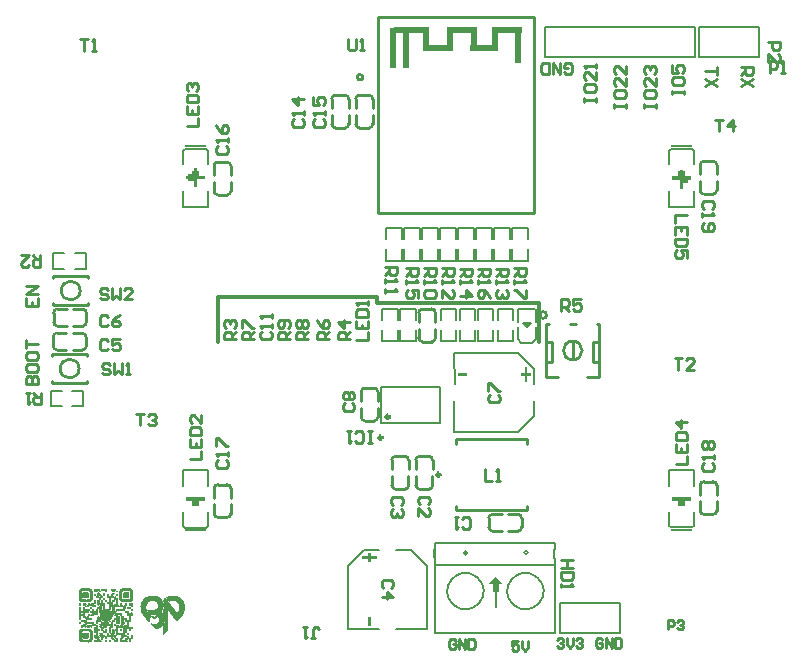
<source format=gto>
G04*
G04 #@! TF.GenerationSoftware,Altium Limited,Altium Designer,24.10.1 (45)*
G04*
G04 Layer_Color=65535*
%FSLAX25Y25*%
%MOIN*%
G70*
G04*
G04 #@! TF.SameCoordinates,2527C48D-E229-4BF9-9412-56DB5BB32D7D*
G04*
G04*
G04 #@! TF.FilePolarity,Positive*
G04*
G01*
G75*
%ADD10C,0.00700*%
%ADD11C,0.01000*%
%ADD12C,0.01181*%
%ADD13C,0.00600*%
%ADD14C,0.00787*%
%ADD15C,0.00591*%
%ADD16C,0.00598*%
%ADD17C,0.00100*%
%ADD18R,0.01969X0.12205*%
%ADD19R,0.09843X0.01969*%
%ADD20R,0.01969X0.07874*%
%ADD21R,0.07874X0.01969*%
%ADD22R,0.01969X0.13780*%
G36*
X3528Y-117805D02*
X-3450D01*
Y-117205D01*
X3528D01*
Y-117805D01*
D02*
G37*
G36*
X58415Y-126256D02*
X60623D01*
Y-127036D01*
X58415D01*
Y-128205D01*
X57635D01*
Y-127036D01*
X55426D01*
Y-126256D01*
X57635D01*
Y-125087D01*
X58415D01*
Y-126256D01*
D02*
G37*
G36*
Y-149512D02*
X57635D01*
Y-146394D01*
X58415D01*
Y-149512D01*
D02*
G37*
G36*
X3493Y10205D02*
X-3485D01*
Y10806D01*
X3493D01*
Y10205D01*
D02*
G37*
G36*
X600Y2392D02*
X1185D01*
Y621D01*
X3153D01*
Y-560D01*
X600D01*
Y-3069D01*
X-581D01*
Y-1100D01*
X-2353D01*
Y-560D01*
X-3146D01*
Y621D01*
X-2353D01*
Y1262D01*
X-1177D01*
Y2392D01*
X-581D01*
Y3231D01*
X600D01*
Y2392D01*
D02*
G37*
G36*
X3069Y-106439D02*
X3188D01*
Y-107620D01*
X1220D01*
Y-109391D01*
X-1143D01*
Y-109353D01*
X-1262D01*
Y-107620D01*
X-3111D01*
Y-107581D01*
X-3231D01*
Y-106400D01*
X3069D01*
Y-106439D01*
D02*
G37*
G36*
X165489Y10140D02*
X158510D01*
Y10740D01*
X165489D01*
Y10140D01*
D02*
G37*
G36*
X162581Y2327D02*
X163181D01*
Y555D01*
X165149D01*
Y-626D01*
X164353D01*
Y-1888D01*
X162581D01*
Y-3856D01*
X161400D01*
Y-626D01*
X158850D01*
Y555D01*
X160819D01*
Y2327D01*
X161400D01*
Y2443D01*
X162581D01*
Y2327D01*
D02*
G37*
G36*
X90505Y-66037D02*
X87387D01*
Y-65258D01*
X90505D01*
Y-66037D01*
D02*
G37*
G36*
X110643Y-65258D02*
X111812D01*
Y-66037D01*
X110643D01*
Y-68246D01*
X109863D01*
Y-66037D01*
X108694D01*
Y-65258D01*
X109863D01*
Y-63049D01*
X110643D01*
Y-65258D01*
D02*
G37*
G36*
X165068Y-106415D02*
X165160D01*
Y-107597D01*
X163191D01*
Y-109368D01*
X160829D01*
Y-109353D01*
X160738D01*
Y-107597D01*
X158861D01*
Y-107581D01*
X158769D01*
Y-106400D01*
X165068D01*
Y-106415D01*
D02*
G37*
G36*
X165499Y-117781D02*
X158521D01*
Y-117181D01*
X165499D01*
Y-117781D01*
D02*
G37*
G36*
X102651Y-135561D02*
X101151D01*
Y-138061D01*
X99151D01*
Y-135561D01*
X97651D01*
X100151Y-133061D01*
X102651Y-135561D01*
D02*
G37*
D10*
X93884Y-133188D02*
G03*
X94012Y-133299I-3883J-4623D01*
G01*
X110801Y-125011D02*
G03*
X110801Y-125011I-640J0D01*
G01*
X90641D02*
G03*
X90641Y-125011I-640J0D01*
G01*
X113875Y-133181D02*
G03*
X114012Y-133299I-3874J-4630D01*
G01*
X80001Y-151911D02*
X120001D01*
X100201Y-143011D02*
Y-134111D01*
X79401Y-126411D02*
Y-123911D01*
X80001Y-136911D02*
Y-121911D01*
X120001D01*
Y-123711D02*
Y-121911D01*
X119501Y-123711D02*
X120001D01*
X119501Y-126811D02*
Y-123711D01*
Y-126811D02*
X120001D01*
Y-151911D02*
Y-126811D01*
X80001Y-151911D02*
Y-136911D01*
X80301Y-129211D02*
X120001D01*
D11*
X55899Y33554D02*
G03*
X55899Y33554I-984J0D01*
G01*
X-38401Y-37625D02*
G03*
X-38401Y-37625I-3150J0D01*
G01*
X125805Y-60694D02*
G03*
X125755Y-60694I-25J3112D01*
G01*
X117076Y-45769D02*
G03*
X117076Y-45769I-1114J0D01*
G01*
X98992Y-112204D02*
G03*
X97772Y-113424I0J-1220D01*
G01*
Y-116574D02*
G03*
X98992Y-117794I1220J0D01*
G01*
X107497Y-117795D02*
G03*
X108717Y-116576I0J1220D01*
G01*
Y-113426D02*
G03*
X107497Y-112206I-1220J0D01*
G01*
X-38761Y-63625D02*
G03*
X-38761Y-63625I-3150J0D01*
G01*
X-37659Y-57420D02*
G03*
X-36439Y-56200I-0J1220D01*
G01*
Y-53051D02*
G03*
X-37659Y-51831I-1220J0D01*
G01*
X-46164Y-51829D02*
G03*
X-47384Y-53049I0J-1220D01*
G01*
Y-56198D02*
G03*
X-46164Y-57418I1220J-0D01*
G01*
X-37543Y-49420D02*
G03*
X-36323Y-48200I-0J1220D01*
G01*
Y-45051D02*
G03*
X-37543Y-43831I-1220J0D01*
G01*
X-46048Y-43829D02*
G03*
X-47267Y-45049I0J-1220D01*
G01*
Y-48199D02*
G03*
X-46048Y-49419I1220J-0D01*
G01*
X77814Y-103800D02*
G03*
X79033Y-102580I0J1220D01*
G01*
X73444D02*
G03*
X74664Y-103800I1220J0D01*
G01*
X74666Y-92855D02*
G03*
X73446Y-94075I0J-1220D01*
G01*
X79035D02*
G03*
X77815Y-92855I-1220J-0D01*
G01*
X66666Y-92855D02*
G03*
X65446Y-94074I-0J-1220D01*
G01*
X71035D02*
G03*
X69815Y-92855I-1220J0D01*
G01*
X69814Y-103799D02*
G03*
X71033Y-102580I0J1220D01*
G01*
X65444D02*
G03*
X66664Y-103799I1220J0D01*
G01*
X49836Y16594D02*
G03*
X51056Y17813I0J1220D01*
G01*
X45467D02*
G03*
X46686Y16594I1220J0D01*
G01*
X46688Y27538D02*
G03*
X45468Y26319I0J-1220D01*
G01*
X51058D02*
G03*
X49838Y27538I-1220J-0D01*
G01*
X54688Y27539D02*
G03*
X53468Y26319I-0J-1220D01*
G01*
X59057D02*
G03*
X57837Y27539I-1220J0D01*
G01*
X57836Y16594D02*
G03*
X59056Y17814I0J1220D01*
G01*
X53466D02*
G03*
X54686Y16594I1220J0D01*
G01*
X78779Y-54665D02*
G03*
X79999Y-53446I0J1220D01*
G01*
X74410D02*
G03*
X75629Y-54665I1220J0D01*
G01*
X75631Y-43721D02*
G03*
X74411Y-44941I0J-1220D01*
G01*
X80001D02*
G03*
X78781Y-43721I-1220J-0D01*
G01*
X172574Y-112228D02*
G03*
X173794Y-111008I0J1220D01*
G01*
X168205D02*
G03*
X169424Y-112228I1220J0D01*
G01*
X169426Y-101283D02*
G03*
X168206Y-102503I0J-1220D01*
G01*
X173796D02*
G03*
X172576Y-101283I-1220J-0D01*
G01*
X169426Y5472D02*
G03*
X168206Y4253I-0J-1220D01*
G01*
X173796D02*
G03*
X172576Y5472I-1220J0D01*
G01*
X172574Y-5472D02*
G03*
X173794Y-4253I0J1220D01*
G01*
X168204D02*
G03*
X169424Y-5472I1220J0D01*
G01*
X10574Y-113228D02*
G03*
X11794Y-112008I0J1220D01*
G01*
X6205D02*
G03*
X7424Y-113228I1220J0D01*
G01*
X7426Y-102283D02*
G03*
X6206Y-103503I0J-1220D01*
G01*
X11796D02*
G03*
X10576Y-102283I-1220J-0D01*
G01*
X7426Y5228D02*
G03*
X6206Y4008I-0J-1220D01*
G01*
X11795D02*
G03*
X10576Y5228I-1220J0D01*
G01*
X10574Y-5717D02*
G03*
X11794Y-4497I0J1220D01*
G01*
X6204D02*
G03*
X7424Y-5717I1220J0D01*
G01*
X55238Y-79833D02*
G03*
X56458Y-81052I1220J0D01*
G01*
X59607D02*
G03*
X60827Y-79833I0J1220D01*
G01*
X60829Y-71327D02*
G03*
X59609Y-70108I-1220J0D01*
G01*
X56460D02*
G03*
X55240Y-71327I-0J-1220D01*
G01*
X60821Y-11918D02*
X112789D01*
X60821D02*
Y53436D01*
X112789Y-11918D02*
Y53436D01*
X60821D02*
X112789D01*
X98843Y-87189D02*
X110654D01*
Y-88641D02*
Y-87189D01*
Y-110811D02*
Y-109359D01*
X87032Y-110811D02*
X110654D01*
X87032D02*
Y-109359D01*
Y-88641D02*
Y-87189D01*
X98843D01*
X-47456Y-32703D02*
X-35645Y-32704D01*
X-47456Y-42546D02*
X-35645Y-42546D01*
X-47456Y-33368D02*
Y-32703D01*
X-35645D01*
Y-33368D02*
Y-32703D01*
Y-42546D02*
Y-41881D01*
X-47456Y-42546D02*
X-35645D01*
X-47456D02*
Y-41904D01*
X130652Y-66438D02*
X134663D01*
X116947D02*
X120958D01*
X116947Y-48722D02*
X117808D01*
X124746D02*
X126864D01*
X133802D02*
X134663D01*
X116947Y-66438D02*
Y-48722D01*
X134663Y-66438D02*
Y-48722D01*
X125805Y-60533D02*
Y-54627D01*
X132695D02*
X134663D01*
X132695Y-61517D02*
Y-54627D01*
Y-61517D02*
X134663D01*
X116947D02*
X118915D01*
Y-54627D01*
X116947D02*
X118915D01*
X108717Y-116576D02*
Y-113426D01*
X97772Y-116574D02*
Y-113424D01*
X104348Y-112206D02*
X107497D01*
X98992Y-112204D02*
X102141D01*
X104348Y-117795D02*
X107497D01*
X98992Y-117794D02*
X102141D01*
X-47817Y-68546D02*
Y-67904D01*
Y-68546D02*
X-36006D01*
Y-67881D01*
Y-59368D02*
Y-58703D01*
X-47817D02*
X-36006D01*
X-47817Y-59368D02*
Y-58703D01*
Y-68546D02*
X-36006Y-68546D01*
X-47817Y-58703D02*
X-36006Y-58703D01*
X-47384Y-56198D02*
Y-53049D01*
X-36439Y-56200D02*
Y-53051D01*
X-46164Y-57418D02*
X-43015D01*
X-40808Y-57420D02*
X-37659D01*
X-46164Y-51829D02*
X-43015D01*
X-40808Y-51831D02*
X-37659D01*
X-47267Y-48199D02*
Y-45049D01*
X-36323Y-48201D02*
Y-45051D01*
X-46048Y-49419D02*
X-42898D01*
X-40692Y-49420D02*
X-37542D01*
X-46048Y-43829D02*
X-42898D01*
X-40692Y-43831D02*
X-37542D01*
X73446Y-97224D02*
Y-94075D01*
X73444Y-102580D02*
Y-99431D01*
X79035Y-97224D02*
Y-94075D01*
X79033Y-102580D02*
Y-99431D01*
X74666Y-92855D02*
X77816D01*
X74664Y-103800D02*
X77814D01*
X71033Y-102580D02*
Y-99430D01*
X71035Y-97224D02*
Y-94074D01*
X65444Y-102580D02*
Y-99430D01*
X65446Y-97224D02*
Y-94074D01*
X66664Y-103799D02*
X69814D01*
X66666Y-92855D02*
X69815D01*
X45468Y23169D02*
Y26319D01*
X45467Y17813D02*
Y20963D01*
X51058Y23169D02*
Y26319D01*
X51056Y17813D02*
Y20963D01*
X46688Y27538D02*
X49838D01*
X46686Y16594D02*
X49836D01*
X59056Y17814D02*
Y20963D01*
X59057Y23170D02*
Y26319D01*
X53466Y17814D02*
Y20963D01*
X53468Y23170D02*
Y26319D01*
X54686Y16594D02*
X57836D01*
X54688Y27539D02*
X57838D01*
X74411Y-48090D02*
Y-44940D01*
X74410Y-53446D02*
Y-50296D01*
X80001Y-48090D02*
Y-44940D01*
X79999Y-53446D02*
Y-50296D01*
X75631Y-43721D02*
X78781D01*
X75629Y-54665D02*
X78779D01*
X168206Y-105652D02*
Y-102503D01*
X168205Y-111008D02*
Y-107859D01*
X173796Y-105652D02*
Y-102503D01*
X173794Y-111008D02*
Y-107859D01*
X169426Y-101283D02*
X172576D01*
X169424Y-112228D02*
X172574D01*
X173794Y-4253D02*
Y-1103D01*
X173796Y1103D02*
Y4253D01*
X168204Y-4253D02*
Y-1103D01*
X168206Y1103D02*
Y4253D01*
X169424Y-5472D02*
X172574D01*
X169426Y5472D02*
X172576D01*
X6206Y-106652D02*
Y-103503D01*
X6205Y-112008D02*
Y-108859D01*
X11796Y-106652D02*
Y-103503D01*
X11794Y-112008D02*
Y-108859D01*
X7426Y-102283D02*
X10576D01*
X7424Y-113228D02*
X10574D01*
X11794Y-4497D02*
Y-1348D01*
X11795Y859D02*
Y4008D01*
X6204Y-4497D02*
Y-1348D01*
X6206Y859D02*
Y4008D01*
X7424Y-5717D02*
X10574D01*
X7426Y5228D02*
X10576D01*
X56460Y-70108D02*
X59610D01*
X56458Y-81052D02*
X59607D01*
X55240Y-74477D02*
Y-71327D01*
X55238Y-79833D02*
Y-76683D01*
X60829Y-74477D02*
Y-71327D01*
X60827Y-79833D02*
Y-76683D01*
X173936Y37000D02*
Y34376D01*
Y35688D01*
X170000D01*
X173936Y33064D02*
X170000Y30440D01*
X173936D02*
X170000Y33064D01*
X182000Y37000D02*
X185936D01*
Y35032D01*
X185280Y34376D01*
X183968D01*
X183312Y35032D01*
Y37000D01*
Y35688D02*
X182000Y34376D01*
X185936Y33064D02*
X182000Y30440D01*
X185936D02*
X182000Y33064D01*
X158954Y27758D02*
Y29070D01*
Y28414D01*
X162890D01*
Y27758D01*
Y29070D01*
X158954Y33005D02*
Y31694D01*
X159610Y31038D01*
X162233D01*
X162890Y31694D01*
Y33005D01*
X162233Y33661D01*
X159610D01*
X158954Y33005D01*
Y37597D02*
Y34973D01*
X160922D01*
X160266Y36285D01*
Y36941D01*
X160922Y37597D01*
X162233D01*
X162890Y36941D01*
Y35629D01*
X162233Y34973D01*
X149664Y23375D02*
Y24687D01*
Y24031D01*
X153600D01*
Y23375D01*
Y24687D01*
X149664Y28623D02*
Y27311D01*
X150320Y26655D01*
X152944D01*
X153600Y27311D01*
Y28623D01*
X152944Y29279D01*
X150320D01*
X149664Y28623D01*
X153600Y33215D02*
Y30591D01*
X150976Y33215D01*
X150320D01*
X149664Y32559D01*
Y31247D01*
X150320Y30591D01*
Y34527D02*
X149664Y35183D01*
Y36494D01*
X150320Y37150D01*
X150976D01*
X151632Y36494D01*
Y35838D01*
Y36494D01*
X152288Y37150D01*
X152944D01*
X153600Y36494D01*
Y35183D01*
X152944Y34527D01*
X139664Y23375D02*
Y24687D01*
Y24031D01*
X143599D01*
Y23375D01*
Y24687D01*
X139664Y28623D02*
Y27311D01*
X140320Y26655D01*
X142944D01*
X143599Y27311D01*
Y28623D01*
X142944Y29279D01*
X140320D01*
X139664Y28623D01*
X143599Y33215D02*
Y30591D01*
X140976Y33215D01*
X140320D01*
X139664Y32559D01*
Y31247D01*
X140320Y30591D01*
X143599Y37150D02*
Y34527D01*
X140976Y37150D01*
X140320D01*
X139664Y36494D01*
Y35183D01*
X140320Y34527D01*
X129664Y25375D02*
Y26687D01*
Y26031D01*
X133599D01*
Y25375D01*
Y26687D01*
X129664Y30623D02*
Y29311D01*
X130320Y28655D01*
X132943D01*
X133599Y29311D01*
Y30623D01*
X132943Y31279D01*
X130320D01*
X129664Y30623D01*
X133599Y35215D02*
Y32591D01*
X130976Y35215D01*
X130320D01*
X129664Y34559D01*
Y33247D01*
X130320Y32591D01*
X133599Y36527D02*
Y37839D01*
Y37183D01*
X129664D01*
X130320Y36527D01*
X122976Y35096D02*
X123632Y34440D01*
X124943D01*
X125600Y35096D01*
Y37719D01*
X124943Y38375D01*
X123632D01*
X122976Y37719D01*
Y36408D01*
X124288D01*
X121664Y38375D02*
Y34440D01*
X119040Y38375D01*
Y34440D01*
X117728D02*
Y38375D01*
X115760D01*
X115104Y37719D01*
Y35096D01*
X115760Y34440D01*
X117728D01*
X-56336Y-68625D02*
X-52400D01*
Y-66657D01*
X-53057Y-66001D01*
X-53712D01*
X-54368Y-66657D01*
Y-68625D01*
Y-66657D01*
X-55024Y-66001D01*
X-55680D01*
X-56336Y-66657D01*
Y-68625D01*
Y-62721D02*
Y-64033D01*
X-55680Y-64689D01*
X-53057D01*
X-52400Y-64033D01*
Y-62721D01*
X-53057Y-62065D01*
X-55680D01*
X-56336Y-62721D01*
Y-58785D02*
Y-60097D01*
X-55680Y-60753D01*
X-53057D01*
X-52400Y-60097D01*
Y-58785D01*
X-53057Y-58129D01*
X-55680D01*
X-56336Y-58785D01*
Y-56817D02*
Y-54194D01*
Y-55506D01*
X-52400D01*
X-56336Y-40001D02*
Y-42625D01*
X-52400D01*
Y-40001D01*
X-54368Y-42625D02*
Y-41313D01*
X-52400Y-38689D02*
X-56336D01*
X-52400Y-36065D01*
X-56336D01*
X86787Y-154428D02*
X86262Y-153903D01*
X85212D01*
X84688Y-154428D01*
Y-156527D01*
X85212Y-157052D01*
X86262D01*
X86787Y-156527D01*
Y-155478D01*
X85737D01*
X87836Y-157052D02*
Y-153903D01*
X89935Y-157052D01*
Y-153903D01*
X90985D02*
Y-157052D01*
X92559D01*
X93084Y-156527D01*
Y-154428D01*
X92559Y-153903D01*
X90985D01*
X107699Y-154476D02*
X105599D01*
Y-156050D01*
X106649Y-155526D01*
X107174D01*
X107699Y-156050D01*
Y-157100D01*
X107174Y-157625D01*
X106124D01*
X105599Y-157100D01*
X108748Y-154476D02*
Y-156575D01*
X109798Y-157625D01*
X110847Y-156575D01*
Y-154476D01*
X120599Y-154001D02*
X121124Y-153476D01*
X122174D01*
X122699Y-154001D01*
Y-154526D01*
X122174Y-155050D01*
X121649D01*
X122174D01*
X122699Y-155575D01*
Y-156100D01*
X122174Y-156625D01*
X121124D01*
X120599Y-156100D01*
X123748Y-153476D02*
Y-155575D01*
X124798Y-156625D01*
X125847Y-155575D01*
Y-153476D01*
X126897Y-154001D02*
X127421Y-153476D01*
X128471D01*
X128996Y-154001D01*
Y-154526D01*
X128471Y-155050D01*
X127946D01*
X128471D01*
X128996Y-155575D01*
Y-156100D01*
X128471Y-156625D01*
X127421D01*
X126897Y-156100D01*
X135699Y-154001D02*
X135174Y-153476D01*
X134124D01*
X133599Y-154001D01*
Y-156100D01*
X134124Y-156625D01*
X135174D01*
X135699Y-156100D01*
Y-155050D01*
X134649D01*
X136748Y-156625D02*
Y-153476D01*
X138847Y-156625D01*
Y-153476D01*
X139897D02*
Y-156625D01*
X141471D01*
X141996Y-156100D01*
Y-154001D01*
X141471Y-153476D01*
X139897D01*
X157376Y-150574D02*
Y-147426D01*
X158950D01*
X159475Y-147950D01*
Y-149000D01*
X158950Y-149525D01*
X157376D01*
X160525Y-147950D02*
X161049Y-147426D01*
X162099D01*
X162624Y-147950D01*
Y-148475D01*
X162099Y-149000D01*
X161574D01*
X162099D01*
X162624Y-149525D01*
Y-150049D01*
X162099Y-150574D01*
X161049D01*
X160525Y-150049D01*
X89000Y-116312D02*
X89656Y-116968D01*
X90968D01*
X91624Y-116312D01*
Y-113688D01*
X90968Y-113032D01*
X89656D01*
X89000Y-113688D01*
X87688Y-113032D02*
X86376D01*
X87032D01*
Y-116968D01*
X87688Y-116312D01*
X19567Y-53904D02*
X15632D01*
Y-51937D01*
X16288Y-51281D01*
X17600D01*
X18256Y-51937D01*
Y-53904D01*
Y-52592D02*
X19567Y-51281D01*
X15632Y-49969D02*
Y-47345D01*
X16288D01*
X18911Y-49969D01*
X19567D01*
X13567Y-53904D02*
X9632D01*
Y-51937D01*
X10288Y-51281D01*
X11599D01*
X12256Y-51937D01*
Y-53904D01*
Y-52592D02*
X13567Y-51281D01*
X10288Y-49969D02*
X9632Y-49313D01*
Y-48001D01*
X10288Y-47345D01*
X10944D01*
X11599Y-48001D01*
Y-48657D01*
Y-48001D01*
X12256Y-47345D01*
X12911D01*
X13567Y-48001D01*
Y-49313D01*
X12911Y-49969D01*
X38600Y-153593D02*
X39911D01*
X39255D01*
Y-150313D01*
X39911Y-149657D01*
X40567D01*
X41223Y-150313D01*
X37288Y-149657D02*
X35976D01*
X36632D01*
Y-153593D01*
X37288Y-152937D01*
X173320Y19343D02*
X175944D01*
X174632D01*
Y15407D01*
X179223D02*
Y19343D01*
X177255Y17375D01*
X179879D01*
X-19680Y-78657D02*
X-17056D01*
X-18368D01*
Y-82592D01*
X-15744Y-79313D02*
X-15089Y-78657D01*
X-13777D01*
X-13121Y-79313D01*
Y-79969D01*
X-13777Y-80625D01*
X-14433D01*
X-13777D01*
X-13121Y-81281D01*
Y-81937D01*
X-13777Y-82592D01*
X-15089D01*
X-15744Y-81937D01*
X159720Y-60032D02*
X162344D01*
X161032D01*
Y-63968D01*
X166280D02*
X163656D01*
X166280Y-61344D01*
Y-60688D01*
X165624Y-60032D01*
X164312D01*
X163656Y-60688D01*
X-38411Y46335D02*
X-35787D01*
X-37099D01*
Y42399D01*
X-34475D02*
X-33164D01*
X-33819D01*
Y46335D01*
X-34475Y45679D01*
X82294Y-30259D02*
X86230D01*
Y-32226D01*
X85574Y-32882D01*
X84262D01*
X83606Y-32226D01*
Y-30259D01*
Y-31571D02*
X82294Y-32882D01*
Y-34194D02*
Y-35506D01*
Y-34850D01*
X86230D01*
X85574Y-34194D01*
X82294Y-40098D02*
Y-37474D01*
X84918Y-40098D01*
X85574D01*
X86230Y-39442D01*
Y-38130D01*
X85574Y-37474D01*
X163968Y-12395D02*
X160032D01*
Y-15019D01*
X163968Y-18955D02*
Y-16331D01*
X160032D01*
Y-18955D01*
X162000Y-16331D02*
Y-17643D01*
X163968Y-20267D02*
X160032D01*
Y-22234D01*
X160688Y-22890D01*
X163312D01*
X163968Y-22234D01*
Y-20267D01*
Y-26826D02*
Y-24202D01*
X162000D01*
X162656Y-25514D01*
Y-26170D01*
X162000Y-26826D01*
X160688D01*
X160032Y-26170D01*
Y-24858D01*
X160688Y-24202D01*
X-2964Y17239D02*
X972D01*
Y19863D01*
X-2964Y23799D02*
Y21175D01*
X972D01*
Y23799D01*
X-996Y21175D02*
Y22487D01*
X-2964Y25111D02*
X972D01*
Y27079D01*
X316Y27734D01*
X-2308D01*
X-2964Y27079D01*
Y25111D01*
X-2308Y29046D02*
X-2964Y29702D01*
Y31014D01*
X-2308Y31670D01*
X-1652D01*
X-996Y31014D01*
Y30358D01*
Y31014D01*
X-340Y31670D01*
X316D01*
X972Y31014D01*
Y29702D01*
X316Y29046D01*
X-1929Y-93669D02*
X2006D01*
Y-91045D01*
X-1929Y-87110D02*
Y-89734D01*
X2006D01*
Y-87110D01*
X38Y-89734D02*
Y-88422D01*
X-1929Y-85798D02*
X2006D01*
Y-83830D01*
X1350Y-83174D01*
X-1273D01*
X-1929Y-83830D01*
Y-85798D01*
X2006Y-79238D02*
Y-81862D01*
X-618Y-79238D01*
X-1273D01*
X-1929Y-79894D01*
Y-81206D01*
X-1273Y-81862D01*
X7688Y-94051D02*
X7032Y-94708D01*
Y-96019D01*
X7688Y-96675D01*
X10312D01*
X10968Y-96019D01*
Y-94708D01*
X10312Y-94051D01*
X10968Y-92740D02*
Y-91428D01*
Y-92084D01*
X7032D01*
X7688Y-92740D01*
X7032Y-89460D02*
Y-86836D01*
X7688D01*
X10312Y-89460D01*
X10968D01*
X121951Y-44483D02*
Y-40547D01*
X123919D01*
X124575Y-41203D01*
Y-42515D01*
X123919Y-43171D01*
X121951D01*
X123263D02*
X124575Y-44483D01*
X128511Y-40547D02*
X125887D01*
Y-42515D01*
X127199Y-41859D01*
X127855D01*
X128511Y-42515D01*
Y-43827D01*
X127855Y-44483D01*
X126543D01*
X125887Y-43827D01*
X125968Y-127408D02*
X122032D01*
X124000D01*
Y-130032D01*
X125968D01*
X122032D01*
X125968Y-131344D02*
X122032D01*
Y-133312D01*
X122688Y-133968D01*
X125312D01*
X125968Y-133312D01*
Y-131344D01*
X122032Y-135280D02*
Y-136592D01*
Y-135936D01*
X125968D01*
X125312Y-135280D01*
X106294Y-30259D02*
X110230D01*
Y-32226D01*
X109574Y-32882D01*
X108262D01*
X107606Y-32226D01*
Y-30259D01*
Y-31571D02*
X106294Y-32882D01*
Y-34194D02*
Y-35506D01*
Y-34850D01*
X110230D01*
X109574Y-34194D01*
X110230Y-37474D02*
Y-40098D01*
X109574D01*
X106950Y-37474D01*
X106294D01*
X70294Y-30259D02*
X74230D01*
Y-32226D01*
X73574Y-32882D01*
X72262D01*
X71606Y-32226D01*
Y-30259D01*
Y-31571D02*
X70294Y-32882D01*
Y-34194D02*
Y-35506D01*
Y-34850D01*
X74230D01*
X73574Y-34194D01*
X74230Y-40098D02*
Y-37474D01*
X72262D01*
X72918Y-38786D01*
Y-39442D01*
X72262Y-40098D01*
X70950D01*
X70294Y-39442D01*
Y-38130D01*
X70950Y-37474D01*
X100294Y-30293D02*
X104230D01*
Y-32261D01*
X103574Y-32917D01*
X102262D01*
X101606Y-32261D01*
Y-30293D01*
Y-31605D02*
X100294Y-32917D01*
Y-34229D02*
Y-35541D01*
Y-34885D01*
X104230D01*
X103574Y-34229D01*
Y-37509D02*
X104230Y-38165D01*
Y-39476D01*
X103574Y-40132D01*
X102918D01*
X102262Y-39476D01*
Y-38820D01*
Y-39476D01*
X101606Y-40132D01*
X100950D01*
X100294Y-39476D01*
Y-38165D01*
X100950Y-37509D01*
X63294Y-29880D02*
X67230D01*
Y-31848D01*
X66574Y-32504D01*
X65262D01*
X64606Y-31848D01*
Y-29880D01*
Y-31192D02*
X63294Y-32504D01*
Y-33816D02*
Y-35128D01*
Y-34472D01*
X67230D01*
X66574Y-33816D01*
X63294Y-37096D02*
Y-38407D01*
Y-37751D01*
X67230D01*
X66574Y-37096D01*
X172312Y-10460D02*
X172968Y-9804D01*
Y-8492D01*
X172312Y-7836D01*
X169688D01*
X169032Y-8492D01*
Y-9804D01*
X169688Y-10460D01*
X169032Y-11772D02*
Y-13084D01*
Y-12428D01*
X172968D01*
X172312Y-11772D01*
X169688Y-15052D02*
X169032Y-15708D01*
Y-17019D01*
X169688Y-17675D01*
X172312D01*
X172968Y-17019D01*
Y-15708D01*
X172312Y-15052D01*
X171656D01*
X171000Y-15708D01*
Y-17675D01*
X169688Y-95051D02*
X169032Y-95707D01*
Y-97019D01*
X169688Y-97675D01*
X172312D01*
X172968Y-97019D01*
Y-95707D01*
X172312Y-95051D01*
X172968Y-93740D02*
Y-92428D01*
Y-93084D01*
X169032D01*
X169688Y-93740D01*
Y-90460D02*
X169032Y-89804D01*
Y-88492D01*
X169688Y-87836D01*
X170344D01*
X171000Y-88492D01*
X171656Y-87836D01*
X172312D01*
X172968Y-88492D01*
Y-89804D01*
X172312Y-90460D01*
X171656D01*
X171000Y-89804D01*
X170344Y-90460D01*
X169688D01*
X171000Y-89804D02*
Y-88492D01*
X7688Y10460D02*
X7032Y9804D01*
Y8492D01*
X7688Y7836D01*
X10312D01*
X10968Y8492D01*
Y9804D01*
X10312Y10460D01*
X10968Y11772D02*
Y13084D01*
Y12428D01*
X7032D01*
X7688Y11772D01*
X7032Y17675D02*
X7688Y16364D01*
X9000Y15052D01*
X10312D01*
X10968Y15708D01*
Y17019D01*
X10312Y17675D01*
X9656D01*
X9000Y17019D01*
Y15052D01*
X50976Y46343D02*
Y43064D01*
X51632Y42408D01*
X52944D01*
X53600Y43064D01*
Y46343D01*
X54911Y42408D02*
X56223D01*
X55567D01*
Y46343D01*
X54911Y45687D01*
X-29024Y-37313D02*
X-29680Y-36657D01*
X-30992D01*
X-31648Y-37313D01*
Y-37969D01*
X-30992Y-38625D01*
X-29680D01*
X-29024Y-39281D01*
Y-39937D01*
X-29680Y-40593D01*
X-30992D01*
X-31648Y-39937D01*
X-27712Y-36657D02*
Y-40593D01*
X-26401Y-39281D01*
X-25089Y-40593D01*
Y-36657D01*
X-21153Y-40593D02*
X-23777D01*
X-21153Y-37969D01*
Y-37313D01*
X-21809Y-36657D01*
X-23121D01*
X-23777Y-37313D01*
X-28368Y-62313D02*
X-29024Y-61657D01*
X-30336D01*
X-30992Y-62313D01*
Y-62969D01*
X-30336Y-63625D01*
X-29024D01*
X-28368Y-64281D01*
Y-64937D01*
X-29024Y-65592D01*
X-30336D01*
X-30992Y-64937D01*
X-27056Y-61657D02*
Y-65592D01*
X-25745Y-64281D01*
X-24433Y-65592D01*
Y-61657D01*
X-23121Y-65592D02*
X-21809D01*
X-22465D01*
Y-61657D01*
X-23121Y-62313D01*
X94294Y-30293D02*
X98230D01*
Y-32261D01*
X97574Y-32917D01*
X96262D01*
X95606Y-32261D01*
Y-30293D01*
Y-31605D02*
X94294Y-32917D01*
Y-34229D02*
Y-35541D01*
Y-34885D01*
X98230D01*
X97574Y-34229D01*
X98230Y-40132D02*
X97574Y-38820D01*
X96262Y-37509D01*
X94950D01*
X94294Y-38165D01*
Y-39476D01*
X94950Y-40132D01*
X95606D01*
X96262Y-39476D01*
Y-37509D01*
X88294Y-30293D02*
X92230D01*
Y-32261D01*
X91574Y-32917D01*
X90262D01*
X89606Y-32261D01*
Y-30293D01*
Y-31605D02*
X88294Y-32917D01*
Y-34229D02*
Y-35541D01*
Y-34885D01*
X92230D01*
X91574Y-34229D01*
X88294Y-39476D02*
X92230D01*
X90262Y-37509D01*
Y-40132D01*
X76294Y-30259D02*
X80230D01*
Y-32226D01*
X79574Y-32882D01*
X78262D01*
X77606Y-32226D01*
Y-30259D01*
Y-31571D02*
X76294Y-32882D01*
Y-34194D02*
Y-35506D01*
Y-34850D01*
X80230D01*
X79574Y-34194D01*
Y-37474D02*
X80230Y-38130D01*
Y-39442D01*
X79574Y-40098D01*
X76950D01*
X76294Y-39442D01*
Y-38130D01*
X76950Y-37474D01*
X79574D01*
X31567Y-53904D02*
X27632D01*
Y-51937D01*
X28288Y-51281D01*
X29599D01*
X30255Y-51937D01*
Y-53904D01*
Y-52592D02*
X31567Y-51281D01*
X30911Y-49969D02*
X31567Y-49313D01*
Y-48001D01*
X30911Y-47345D01*
X28288D01*
X27632Y-48001D01*
Y-49313D01*
X28288Y-49969D01*
X28944D01*
X29599Y-49313D01*
Y-47345D01*
X37567Y-53904D02*
X33632D01*
Y-51937D01*
X34288Y-51281D01*
X35599D01*
X36255Y-51937D01*
Y-53904D01*
Y-52592D02*
X37567Y-51281D01*
X34288Y-49969D02*
X33632Y-49313D01*
Y-48001D01*
X34288Y-47345D01*
X34944D01*
X35599Y-48001D01*
X36255Y-47345D01*
X36911D01*
X37567Y-48001D01*
Y-49313D01*
X36911Y-49969D01*
X36255D01*
X35599Y-49313D01*
X34944Y-49969D01*
X34288D01*
X35599Y-49313D02*
Y-48001D01*
X44567Y-53904D02*
X40632D01*
Y-51937D01*
X41288Y-51281D01*
X42599D01*
X43255Y-51937D01*
Y-53904D01*
Y-52592D02*
X44567Y-51281D01*
X40632Y-47345D02*
X41288Y-48657D01*
X42599Y-49969D01*
X43911D01*
X44567Y-49313D01*
Y-48001D01*
X43911Y-47345D01*
X43255D01*
X42599Y-48001D01*
Y-49969D01*
X51567Y-53904D02*
X47632D01*
Y-51937D01*
X48288Y-51281D01*
X49599D01*
X50256Y-51937D01*
Y-53904D01*
Y-52592D02*
X51567Y-51281D01*
Y-48001D02*
X47632D01*
X49599Y-49969D01*
Y-47345D01*
X-51675Y-25789D02*
Y-29725D01*
X-53643D01*
X-54299Y-29069D01*
Y-27757D01*
X-53643Y-27101D01*
X-51675D01*
X-52987D02*
X-54299Y-25789D01*
X-58234D02*
X-55611D01*
X-58234Y-28413D01*
Y-29069D01*
X-57578Y-29725D01*
X-56266D01*
X-55611Y-29069D01*
X-51354Y-71624D02*
Y-75559D01*
X-53322D01*
X-53978Y-74903D01*
Y-73592D01*
X-53322Y-72936D01*
X-51354D01*
X-52666D02*
X-53978Y-71624D01*
X-55290D02*
X-56601D01*
X-55945D01*
Y-75559D01*
X-55290Y-74903D01*
X191032Y45280D02*
X194968D01*
Y43312D01*
X194312Y42656D01*
X193000D01*
X192344Y43312D01*
Y45280D01*
X191032Y38720D02*
Y41344D01*
X193656Y38720D01*
X194312D01*
X194968Y39376D01*
Y40688D01*
X194312Y41344D01*
X191376Y35032D02*
Y38968D01*
X193344D01*
X194000Y38312D01*
Y37000D01*
X193344Y36344D01*
X191376D01*
X195312Y35032D02*
X196624D01*
X195968D01*
Y38968D01*
X195312Y38312D01*
X160042Y-95324D02*
X163978D01*
Y-92700D01*
X160042Y-88765D02*
Y-91388D01*
X163978D01*
Y-88765D01*
X162010Y-91388D02*
Y-90076D01*
X160042Y-87453D02*
X163978D01*
Y-85485D01*
X163322Y-84829D01*
X160698D01*
X160042Y-85485D01*
Y-87453D01*
X163978Y-81549D02*
X160042D01*
X162010Y-83517D01*
Y-80893D01*
X53632Y-54184D02*
X57567D01*
Y-51560D01*
X53632Y-47625D02*
Y-50248D01*
X57567D01*
Y-47625D01*
X55599Y-50248D02*
Y-48937D01*
X53632Y-46313D02*
X57567D01*
Y-44345D01*
X56911Y-43689D01*
X54288D01*
X53632Y-44345D01*
Y-46313D01*
X57567Y-42377D02*
Y-41065D01*
Y-41721D01*
X53632D01*
X54288Y-42377D01*
X96376Y-97032D02*
Y-100968D01*
X99000D01*
X100312D02*
X101624D01*
X100968D01*
Y-97032D01*
X100312Y-97688D01*
X59004Y-88446D02*
X57692D01*
X58347D01*
Y-84510D01*
X59004D01*
X57692D01*
X53100Y-87790D02*
X53756Y-88446D01*
X55068D01*
X55724Y-87790D01*
Y-85166D01*
X55068Y-84510D01*
X53756D01*
X53100Y-85166D01*
X51788Y-84510D02*
X50476D01*
X51132D01*
Y-88446D01*
X51788Y-87790D01*
X39950Y19526D02*
X39294Y18870D01*
Y17558D01*
X39950Y16902D01*
X42574D01*
X43230Y17558D01*
Y18870D01*
X42574Y19526D01*
X43230Y20838D02*
Y22150D01*
Y21494D01*
X39294D01*
X39950Y20838D01*
X39294Y26741D02*
Y24118D01*
X41262D01*
X40606Y25429D01*
Y26085D01*
X41262Y26741D01*
X42574D01*
X43230Y26085D01*
Y24773D01*
X42574Y24118D01*
X32950Y19526D02*
X32294Y18870D01*
Y17558D01*
X32950Y16902D01*
X35574D01*
X36230Y17558D01*
Y18870D01*
X35574Y19526D01*
X36230Y20838D02*
Y22150D01*
Y21494D01*
X32294D01*
X32950Y20838D01*
X36230Y26085D02*
X32294D01*
X34262Y24118D01*
Y26741D01*
X22288Y-51265D02*
X21632Y-51920D01*
Y-53232D01*
X22288Y-53888D01*
X24911D01*
X25567Y-53232D01*
Y-51920D01*
X24911Y-51265D01*
X25567Y-49953D02*
Y-48641D01*
Y-49297D01*
X21632D01*
X22288Y-49953D01*
X25567Y-46673D02*
Y-45361D01*
Y-46017D01*
X21632D01*
X22288Y-46673D01*
X49722Y-75236D02*
X49066Y-75892D01*
Y-77204D01*
X49722Y-77860D01*
X52345D01*
X53001Y-77204D01*
Y-75892D01*
X52345Y-75236D01*
X49722Y-73924D02*
X49066Y-73268D01*
Y-71956D01*
X49722Y-71300D01*
X50378D01*
X51034Y-71956D01*
X51689Y-71300D01*
X52345D01*
X53001Y-71956D01*
Y-73268D01*
X52345Y-73924D01*
X51689D01*
X51034Y-73268D01*
X50378Y-73924D01*
X49722D01*
X51034Y-73268D02*
Y-71956D01*
X98288Y-72281D02*
X97632Y-72936D01*
Y-74248D01*
X98288Y-74904D01*
X100911D01*
X101567Y-74248D01*
Y-72936D01*
X100911Y-72281D01*
X97632Y-70969D02*
Y-68345D01*
X98288D01*
X100911Y-70969D01*
X101567D01*
X-29057Y-46313D02*
X-29712Y-45657D01*
X-31024D01*
X-31680Y-46313D01*
Y-48937D01*
X-31024Y-49593D01*
X-29712D01*
X-29057Y-48937D01*
X-25121Y-45657D02*
X-26433Y-46313D01*
X-27744Y-47625D01*
Y-48937D01*
X-27089Y-49593D01*
X-25777D01*
X-25121Y-48937D01*
Y-48281D01*
X-25777Y-47625D01*
X-27744D01*
X-29057Y-54313D02*
X-29712Y-53657D01*
X-31024D01*
X-31680Y-54313D01*
Y-56937D01*
X-31024Y-57592D01*
X-29712D01*
X-29057Y-56937D01*
X-25121Y-53657D02*
X-27744D01*
Y-55625D01*
X-26433Y-54969D01*
X-25777D01*
X-25121Y-55625D01*
Y-56937D01*
X-25777Y-57592D01*
X-27089D01*
X-27744Y-56937D01*
X65314Y-136644D02*
X65970Y-135987D01*
Y-134676D01*
X65314Y-134020D01*
X62690D01*
X62034Y-134676D01*
Y-135987D01*
X62690Y-136644D01*
X62034Y-139923D02*
X65970D01*
X64002Y-137955D01*
Y-140579D01*
X68556Y-109062D02*
X69212Y-108406D01*
Y-107094D01*
X68556Y-106438D01*
X65933D01*
X65276Y-107094D01*
Y-108406D01*
X65933Y-109062D01*
X68556Y-110374D02*
X69212Y-111030D01*
Y-112341D01*
X68556Y-112997D01*
X67900D01*
X67244Y-112341D01*
Y-111686D01*
Y-112341D01*
X66588Y-112997D01*
X65933D01*
X65276Y-112341D01*
Y-111030D01*
X65933Y-110374D01*
X77552Y-108916D02*
X78208Y-108260D01*
Y-106948D01*
X77552Y-106292D01*
X74928D01*
X74272Y-106948D01*
Y-108260D01*
X74928Y-108916D01*
X74272Y-112852D02*
Y-110228D01*
X76896Y-112852D01*
X77552D01*
X78208Y-112196D01*
Y-110884D01*
X77552Y-110228D01*
D12*
X62252Y-86624D02*
G03*
X62252Y-86624I-591J0D01*
G01*
X64691Y-79709D02*
G03*
X64691Y-79709I-591J0D01*
G01*
X81590Y-99000D02*
G03*
X81590Y-99000I-591J0D01*
G01*
X7599Y-54625D02*
Y-39625D01*
X60599D01*
Y-41625D02*
Y-39625D01*
Y-41625D02*
X114600D01*
Y-42625D02*
Y-41625D01*
Y-54625D02*
Y-42625D01*
D13*
X-40277Y-30358D02*
X-36501D01*
Y-25156D01*
X-40277D02*
X-36501D01*
X-47408Y-30358D02*
X-43633D01*
X-47408D02*
Y-25156D01*
X-43633D01*
X86309Y-58334D02*
X86388Y-68713D01*
X86309Y-58334D02*
X107399D01*
X112890Y-63824D01*
X112837Y-68924D02*
X112890Y-63824D01*
X86308Y-84916D02*
X86334Y-74410D01*
X86308Y-84916D02*
X107395D01*
X112891Y-79419D01*
Y-74324D01*
X61865Y-81699D02*
Y-69719D01*
X81550D01*
Y-81699D02*
Y-69719D01*
X61865Y-81699D02*
X81550D01*
X158511Y9540D02*
X165489D01*
X157911Y8940D02*
X158511Y9540D01*
X157911Y-9662D02*
X166089D01*
X165489Y9540D02*
X166089Y8940D01*
X68247Y-54570D02*
Y-50794D01*
Y-54570D02*
X73449D01*
Y-50794D01*
X68247Y-47438D02*
Y-43663D01*
X73449D01*
Y-47438D02*
Y-43663D01*
X-48281Y-70991D02*
X-44506D01*
X-48281Y-76192D02*
Y-70991D01*
Y-76192D02*
X-44506D01*
X-41150Y-70991D02*
X-37374D01*
Y-76192D02*
Y-70991D01*
X-41150Y-76192D02*
X-37374D01*
X104863Y-20535D02*
Y-16760D01*
X99661D02*
X104863D01*
X99661Y-20535D02*
Y-16760D01*
X104863Y-27666D02*
Y-23891D01*
X99661Y-27666D02*
X104863D01*
X99661D02*
Y-23891D01*
X87661Y-27666D02*
Y-23891D01*
Y-27666D02*
X92863D01*
Y-23891D01*
X87661Y-20535D02*
Y-16760D01*
X92863D01*
Y-20535D02*
Y-16760D01*
X93661Y-27666D02*
Y-23891D01*
Y-27666D02*
X98863D01*
Y-23891D01*
X93661Y-20535D02*
Y-16760D01*
X98863D01*
Y-20535D02*
Y-16760D01*
X69661Y-27631D02*
Y-23856D01*
Y-27631D02*
X74863D01*
Y-23856D01*
X69661Y-20500D02*
Y-16725D01*
X74863D01*
Y-20500D02*
Y-16725D01*
X68863Y-20500D02*
Y-16725D01*
X63661D02*
X68863D01*
X63661Y-20500D02*
Y-16725D01*
X68863Y-27631D02*
Y-23856D01*
X63661Y-27631D02*
X68863D01*
X63661D02*
Y-23856D01*
X86863Y-20500D02*
Y-16725D01*
X81661D02*
X86863D01*
X81661Y-20500D02*
Y-16725D01*
X86863Y-27631D02*
Y-23856D01*
X81661Y-27631D02*
X86863D01*
X81661D02*
Y-23856D01*
X105661Y-27631D02*
Y-23856D01*
Y-27631D02*
X110863D01*
Y-23856D01*
X105661Y-20500D02*
Y-16725D01*
X110863D01*
Y-20500D02*
Y-16725D01*
X75661Y-27597D02*
Y-23822D01*
Y-27597D02*
X80863D01*
Y-23822D01*
X75661Y-20466D02*
Y-16691D01*
X80863D01*
Y-20466D02*
Y-16691D01*
X62247Y-54570D02*
Y-50794D01*
Y-54570D02*
X67449D01*
Y-50794D01*
X62247Y-47438D02*
Y-43663D01*
X67449D01*
Y-47438D02*
Y-43663D01*
X106031Y-47438D02*
Y-43663D01*
X100830D02*
X106031D01*
X100830Y-47438D02*
Y-43663D01*
X106031Y-54570D02*
Y-50794D01*
X100830Y-54570D02*
X106031D01*
X100830D02*
Y-50794D01*
X94058Y-54570D02*
Y-50794D01*
Y-54570D02*
X99260D01*
Y-50794D01*
X94058Y-47438D02*
Y-43663D01*
X99260D01*
Y-47438D02*
Y-43663D01*
X93260Y-47438D02*
Y-43663D01*
X88058D02*
X93260D01*
X88058Y-47438D02*
Y-43663D01*
X93260Y-54570D02*
Y-50794D01*
X88058Y-54570D02*
X93260D01*
X88058D02*
Y-50794D01*
X81826Y-54550D02*
Y-50775D01*
Y-54550D02*
X87027D01*
Y-50775D01*
X81826Y-47419D02*
Y-43644D01*
X87027D01*
Y-47419D02*
Y-43644D01*
X-3485Y9605D02*
X3493D01*
X-4085Y9005D02*
X-3485Y9605D01*
X-4085Y-9596D02*
X4093D01*
X3493Y9605D02*
X4093Y9005D01*
X157921Y-115981D02*
X158521Y-116581D01*
X157921Y-97380D02*
X166099D01*
X165499Y-116581D02*
X166099Y-115981D01*
X158521Y-116581D02*
X165499D01*
X-4051Y-116004D02*
X-3451Y-116604D01*
X-4051Y-97403D02*
X4127D01*
X3527Y-116604D02*
X4127Y-116004D01*
X-3451Y-116604D02*
X3527D01*
X50711Y-150589D02*
X61091Y-150511D01*
X50711Y-150589D02*
Y-129499D01*
X56201Y-124009D01*
X61301Y-124062D01*
X66787Y-150565D02*
X77293Y-150591D01*
Y-129504D01*
X71797Y-124007D02*
X77293Y-129504D01*
X66701Y-124007D02*
X71797D01*
D14*
X166600Y40375D02*
Y50375D01*
X116600Y40375D02*
X166600D01*
X116600Y50375D02*
X166600D01*
X116600Y40375D02*
Y50375D01*
X168000D02*
X188000D01*
X168000Y40375D02*
Y50375D01*
Y40375D02*
X188000D01*
Y50375D01*
X121599Y-151625D02*
Y-141625D01*
X141600D01*
Y-151625D02*
Y-141625D01*
X121599Y-151625D02*
X141600D01*
D15*
X110427Y-49604D02*
Y-48265D01*
X107483Y-53817D02*
Y-49683D01*
Y-53817D02*
X108664Y-54998D01*
X109058D01*
X111814D01*
X112208D02*
X113389Y-53817D01*
X111814Y-54998D02*
X112208D01*
X113389Y-53817D02*
Y-49683D01*
X107474Y-43659D02*
X113301D01*
X113380Y-48186D02*
Y-43659D01*
X107474Y-48186D02*
Y-43659D01*
X109049Y-48265D02*
X111726D01*
X109089D02*
X110427Y-49604D01*
X109049Y-48265D02*
X109089D01*
X110427Y-49604D02*
X111726Y-48304D01*
Y-48265D01*
D16*
X157911Y4465D02*
Y8940D01*
X166089Y4465D02*
Y8940D01*
X157911Y-9662D02*
Y-4338D01*
X166089Y-9662D02*
Y-4338D01*
X-4085Y4530D02*
Y9005D01*
X4093Y4530D02*
Y9005D01*
X-4085Y-9596D02*
Y-4273D01*
X4093Y-9596D02*
Y-4273D01*
X157921Y-102703D02*
Y-97380D01*
X166099Y-102703D02*
Y-97380D01*
X157921Y-115981D02*
Y-111506D01*
X166099Y-115981D02*
Y-111506D01*
X-4051Y-102726D02*
Y-97403D01*
X4127Y-102726D02*
Y-97403D01*
X-4051Y-116004D02*
Y-111529D01*
X4127Y-116004D02*
Y-111529D01*
D17*
X-35950Y-154625D02*
X-35851D01*
X-22151Y-154525D02*
X-21850D01*
X-23350D02*
X-23051D01*
X-23950D02*
X-23651D01*
X-24551D02*
X-24351D01*
X-25150D02*
X-24850D01*
X-26450D02*
X-26050D01*
X-26950D02*
X-26651D01*
X-28850D02*
X-28550D01*
X-30150D02*
X-29851D01*
X-31951D02*
X-31651D01*
X-32651D02*
X-32250D01*
X-33151D02*
X-32851D01*
X-33751D02*
X-33450D01*
X-38250D02*
X-35151D01*
X-22251Y-154425D02*
X-21850D01*
X-23450D02*
X-23051D01*
X-24050D02*
X-23550D01*
X-24651D02*
X-24250D01*
X-25251D02*
X-24850D01*
X-26450D02*
X-26050D01*
X-27051D02*
X-26651D01*
X-28951D02*
X-28550D01*
X-30150D02*
X-29851D01*
X-32050D02*
X-31550D01*
X-32651D02*
X-32250D01*
X-33250D02*
X-32750D01*
X-33850D02*
X-33351D01*
X-38451D02*
X-35050D01*
X-22251Y-154325D02*
X-21750D01*
X-23450D02*
X-22951D01*
X-24050D02*
X-23550D01*
X-24651D02*
X-24250D01*
X-25251D02*
X-24850D01*
X-26450D02*
X-26050D01*
X-27051D02*
X-26550D01*
X-28951D02*
X-28550D01*
X-30250D02*
X-29750D01*
X-32050D02*
X-31550D01*
X-32651D02*
X-32250D01*
X-33250D02*
X-32750D01*
X-33850D02*
X-33351D01*
X-38550D02*
X-34850D01*
X-22251Y-154225D02*
X-21850D01*
X-23450D02*
X-23051D01*
X-23950D02*
X-23651D01*
X-24651D02*
X-24250D01*
X-25251D02*
X-24850D01*
X-26450D02*
X-26050D01*
X-27051D02*
X-26651D01*
X-28951D02*
X-28550D01*
X-30150D02*
X-29851D01*
X-31951D02*
X-31651D01*
X-32550D02*
X-32250D01*
X-33151D02*
X-32851D01*
X-33751D02*
X-33450D01*
X-38651D02*
X-34751D01*
X-22050Y-154125D02*
X-21950D01*
X-23250D02*
X-23151D01*
X-38750D02*
X-34751D01*
X-38750Y-154025D02*
X-34650D01*
X-25051Y-153925D02*
X-24950D01*
X-26351D02*
X-26151D01*
X-27551D02*
X-27351D01*
X-31350D02*
X-31150D01*
X-32550D02*
X-32351D01*
X-35451D02*
X-34650D01*
X-38851D02*
X-37951D01*
X-22151Y-153825D02*
X-21850D01*
X-23350D02*
X-23051D01*
X-25251D02*
X-24850D01*
X-26450D02*
X-26050D01*
X-27650D02*
X-27250D01*
X-31451D02*
X-31051D01*
X-32651D02*
X-32250D01*
X-35350D02*
X-34650D01*
X-38851D02*
X-38151D01*
X-22251Y-153725D02*
X-21750D01*
X-23450D02*
X-22951D01*
X-25251D02*
X-24850D01*
X-26450D02*
X-26050D01*
X-27751D02*
X-27250D01*
X-31451D02*
X-31051D01*
X-32651D02*
X-32250D01*
X-35250D02*
X-34650D01*
X-38851D02*
X-38151D01*
X-22251Y-153625D02*
X-21750D01*
X-23450D02*
X-22951D01*
X-25251D02*
X-24850D01*
X-26450D02*
X-26050D01*
X-27650D02*
X-27250D01*
X-31451D02*
X-31051D01*
X-32651D02*
X-32250D01*
X-35250D02*
X-34550D01*
X-38851D02*
X-38250D01*
X-22151Y-153525D02*
X-21850D01*
X-23350D02*
X-23051D01*
X-25251D02*
X-24950D01*
X-26450D02*
X-26050D01*
X-27650D02*
X-27351D01*
X-31350D02*
X-31150D01*
X-32550D02*
X-32351D01*
X-35250D02*
X-34550D01*
X-38851D02*
X-38250D01*
X-35250Y-153425D02*
X-34550D01*
X-38851D02*
X-38250D01*
X-21451Y-153325D02*
X-21250D01*
X-22650D02*
X-22550D01*
X-24551D02*
X-24351D01*
X-26950D02*
X-26750D01*
X-28150D02*
X-27951D01*
X-30051D02*
X-29851D01*
X-31350D02*
X-31051D01*
X-32550D02*
X-32351D01*
X-33151D02*
X-32950D01*
X-33551D02*
X-33450D01*
X-35250D02*
X-34550D01*
X-37451D02*
X-36051D01*
X-38851D02*
X-38250D01*
X-21551Y-153225D02*
X-21150D01*
X-22750D02*
X-22451D01*
X-24651D02*
X-24250D01*
X-27051D02*
X-26651D01*
X-28251D02*
X-27850D01*
X-30150D02*
X-29750D01*
X-31451D02*
X-31051D01*
X-32651D02*
X-32250D01*
X-33250D02*
X-32750D01*
X-33850D02*
X-33351D01*
X-35250D02*
X-34550D01*
X-37551D02*
X-35950D01*
X-38851D02*
X-38250D01*
X-21551Y-153125D02*
X-21150D01*
X-22851D02*
X-22351D01*
X-24750D02*
X-24250D01*
X-27051D02*
X-26651D01*
X-28251D02*
X-27850D01*
X-30150D02*
X-29750D01*
X-31451D02*
X-30950D01*
X-32651D02*
X-32250D01*
X-33250D02*
X-32750D01*
X-33850D02*
X-33351D01*
X-35250D02*
X-34550D01*
X-37650D02*
X-35851D01*
X-38851D02*
X-38250D01*
X-21551Y-153025D02*
X-21150D01*
X-22750D02*
X-22351D01*
X-24651D02*
X-24250D01*
X-27051D02*
X-26651D01*
X-28251D02*
X-27850D01*
X-30150D02*
X-29750D01*
X-31451D02*
X-31051D01*
X-32651D02*
X-32250D01*
X-33250D02*
X-32851D01*
X-33850D02*
X-33351D01*
X-35250D02*
X-34550D01*
X-37650D02*
X-35851D01*
X-38851D02*
X-38250D01*
X-21451Y-152925D02*
X-21250D01*
X-22750D02*
X-22451D01*
X-24551D02*
X-24351D01*
X-26950D02*
X-26750D01*
X-28150D02*
X-27951D01*
X-30051D02*
X-29851D01*
X-31350D02*
X-31051D01*
X-32550D02*
X-32351D01*
X-33151D02*
X-32950D01*
X-33650D02*
X-33551D01*
X-35250D02*
X-34550D01*
X-37650D02*
X-35851D01*
X-38851D02*
X-38250D01*
X-35250Y-152825D02*
X-34550D01*
X-37650D02*
X-35851D01*
X-38851D02*
X-38250D01*
X-27551Y-152725D02*
X-27450D01*
X-28751D02*
X-28651D01*
X-35250D02*
X-34550D01*
X-37650D02*
X-35851D01*
X-38851D02*
X-38250D01*
X-21551Y-152625D02*
X-21250D01*
X-23450D02*
X-23051D01*
X-24050D02*
X-23651D01*
X-24651D02*
X-24250D01*
X-26950D02*
X-26651D01*
X-27650D02*
X-27250D01*
X-28251D02*
X-27850D01*
X-28951D02*
X-28550D01*
X-29451D02*
X-29151D01*
X-30751D02*
X-30351D01*
X-31350D02*
X-31051D01*
X-31951D02*
X-31651D01*
X-33151D02*
X-32851D01*
X-33751D02*
X-33450D01*
X-35250D02*
X-34550D01*
X-37650D02*
X-35851D01*
X-38851D02*
X-38250D01*
X-21551Y-152525D02*
X-21150D01*
X-23450D02*
X-23051D01*
X-24050D02*
X-23550D01*
X-24651D02*
X-24250D01*
X-27051D02*
X-26651D01*
X-27751D02*
X-27250D01*
X-28350D02*
X-27850D01*
X-28951D02*
X-28550D01*
X-29550D02*
X-29050D01*
X-30850D02*
X-30351D01*
X-31451D02*
X-31051D01*
X-32050D02*
X-31550D01*
X-33250D02*
X-32851D01*
X-33850D02*
X-33351D01*
X-35250D02*
X-34550D01*
X-37650D02*
X-35851D01*
X-38851D02*
X-38250D01*
X-21551Y-152425D02*
X-21150D01*
X-23450D02*
X-23051D01*
X-24050D02*
X-23550D01*
X-24651D02*
X-24250D01*
X-27051D02*
X-26550D01*
X-27751D02*
X-27250D01*
X-28350D02*
X-27850D01*
X-28951D02*
X-28550D01*
X-29550D02*
X-29050D01*
X-30850D02*
X-30351D01*
X-31451D02*
X-31051D01*
X-32050D02*
X-31550D01*
X-33250D02*
X-32750D01*
X-33850D02*
X-33351D01*
X-35250D02*
X-34550D01*
X-37650D02*
X-35851D01*
X-38851D02*
X-38250D01*
X-21551Y-152325D02*
X-21150D01*
X-23450D02*
X-23051D01*
X-23950D02*
X-23651D01*
X-24651D02*
X-24351D01*
X-26950D02*
X-26651D01*
X-27650D02*
X-27351D01*
X-28251D02*
X-27951D01*
X-28951D02*
X-28550D01*
X-29451D02*
X-29151D01*
X-30751D02*
X-30351D01*
X-31451D02*
X-31051D01*
X-31951D02*
X-31651D01*
X-33151D02*
X-32851D01*
X-33751D02*
X-33450D01*
X-35250D02*
X-34550D01*
X-37650D02*
X-35851D01*
X-38851D02*
X-38250D01*
X-35250Y-152225D02*
X-34550D01*
X-37650D02*
X-35851D01*
X-38851D02*
X-38250D01*
X-23851Y-152125D02*
X-23751D01*
X-24551D02*
X-24451D01*
X-29351D02*
X-29250D01*
X-33051D02*
X-32950D01*
X-35250D02*
X-34550D01*
X-37650D02*
X-35851D01*
X-38851D02*
X-38250D01*
X-22750Y-152025D02*
X-22451D01*
X-24050D02*
X-23651D01*
X-24651D02*
X-24351D01*
X-25251D02*
X-24850D01*
X-25850D02*
X-25550D01*
X-26450D02*
X-26050D01*
X-27650D02*
X-27351D01*
X-28251D02*
X-27951D01*
X-29550D02*
X-29151D01*
X-31350D02*
X-31051D01*
X-31951D02*
X-31651D01*
X-33151D02*
X-32851D01*
X-35250D02*
X-34550D01*
X-37650D02*
X-35851D01*
X-38851D02*
X-38250D01*
X-22851Y-151925D02*
X-22351D01*
X-24050D02*
X-23651D01*
X-24750D02*
X-24250D01*
X-25251D02*
X-24850D01*
X-25951D02*
X-25451D01*
X-26450D02*
X-26050D01*
X-27751D02*
X-27250D01*
X-28350D02*
X-27850D01*
X-29550D02*
X-29050D01*
X-31451D02*
X-31051D01*
X-32050D02*
X-31550D01*
X-33250D02*
X-32750D01*
X-35250D02*
X-34550D01*
X-37650D02*
X-35851D01*
X-38851D02*
X-38250D01*
X-22851Y-151825D02*
X-22451D01*
X-24050D02*
X-23651D01*
X-24651D02*
X-24250D01*
X-25251D02*
X-24850D01*
X-25951D02*
X-25451D01*
X-26450D02*
X-26050D01*
X-27751D02*
X-27250D01*
X-28251D02*
X-27850D01*
X-29550D02*
X-29151D01*
X-31451D02*
X-31051D01*
X-31951D02*
X-31550D01*
X-33250D02*
X-32750D01*
X-35250D02*
X-34550D01*
X-37551D02*
X-35851D01*
X-38851D02*
X-38250D01*
X-22750Y-151725D02*
X-22451D01*
X-23950D02*
X-23751D01*
X-24551D02*
X-24351D01*
X-25150D02*
X-24950D01*
X-25850D02*
X-25550D01*
X-26351D02*
X-26151D01*
X-27650D02*
X-27351D01*
X-28251D02*
X-27951D01*
X-29451D02*
X-29151D01*
X-31350D02*
X-31051D01*
X-31850D02*
X-31651D01*
X-33151D02*
X-32851D01*
X-35250D02*
X-34550D01*
X-37551D02*
X-35950D01*
X-38851D02*
X-38250D01*
X-35250Y-151625D02*
X-34550D01*
X-37350D02*
X-36051D01*
X-38851D02*
X-38250D01*
X-35250Y-151525D02*
X-34550D01*
X-38851D02*
X-38250D01*
X-23450Y-151425D02*
X-23051D01*
X-23950D02*
X-23751D01*
X-26351D02*
X-26151D01*
X-27650D02*
X-27351D01*
X-28951D02*
X-28550D01*
X-30150D02*
X-29851D01*
X-30751D02*
X-30450D01*
X-33151D02*
X-32851D01*
X-33751D02*
X-33450D01*
X-35250D02*
X-34550D01*
X-38851D02*
X-38250D01*
X-23450Y-151325D02*
X-23051D01*
X-24050D02*
X-23651D01*
X-26450D02*
X-26050D01*
X-27650D02*
X-27250D01*
X-28951D02*
X-28451D01*
X-30250D02*
X-29750D01*
X-30751D02*
X-30351D01*
X-33250D02*
X-32750D01*
X-33850D02*
X-33351D01*
X-35250D02*
X-34550D01*
X-38851D02*
X-38250D01*
X-23450Y-151225D02*
X-23051D01*
X-24050D02*
X-23651D01*
X-26450D02*
X-26050D01*
X-27751D02*
X-27250D01*
X-28951D02*
X-28451D01*
X-30250D02*
X-29750D01*
X-30751D02*
X-30351D01*
X-33250D02*
X-32750D01*
X-33850D02*
X-33351D01*
X-35250D02*
X-34550D01*
X-38851D02*
X-38151D01*
X-23450Y-151125D02*
X-23051D01*
X-24050D02*
X-23651D01*
X-26450D02*
X-26050D01*
X-27650D02*
X-27250D01*
X-28951D02*
X-28550D01*
X-30150D02*
X-29750D01*
X-30751D02*
X-30351D01*
X-33250D02*
X-32750D01*
X-33751D02*
X-33450D01*
X-35350D02*
X-34650D01*
X-38851D02*
X-38151D01*
X-23250Y-151025D02*
X-23151D01*
X-26351D02*
X-26151D01*
X-27551D02*
X-27450D01*
X-30051D02*
X-29851D01*
X-33051D02*
X-32950D01*
X-35451D02*
X-34650D01*
X-38851D02*
X-37951D01*
X-33650Y-150925D02*
X-33551D01*
X-38750D02*
X-34650D01*
X-22151Y-150825D02*
X-21850D01*
X-23450D02*
X-23051D01*
X-23950D02*
X-23651D01*
X-25251D02*
X-24850D01*
X-26450D02*
X-26151D01*
X-26950D02*
X-26651D01*
X-27650D02*
X-27351D01*
X-28850D02*
X-28651D01*
X-30150D02*
X-29750D01*
X-31350D02*
X-31051D01*
X-32651D02*
X-32250D01*
X-33151D02*
X-32851D01*
X-33751D02*
X-33450D01*
X-38750D02*
X-34751D01*
X-22251Y-150725D02*
X-21850D01*
X-23450D02*
X-23051D01*
X-24050D02*
X-23651D01*
X-25251D02*
X-24850D01*
X-26550D02*
X-26050D01*
X-27051D02*
X-26651D01*
X-27751D02*
X-27250D01*
X-28951D02*
X-28550D01*
X-30250D02*
X-29750D01*
X-31451D02*
X-30950D01*
X-32651D02*
X-32250D01*
X-33250D02*
X-32750D01*
X-33850D02*
X-33351D01*
X-38651D02*
X-34850D01*
X-22251Y-150625D02*
X-21750D01*
X-23450D02*
X-23051D01*
X-24050D02*
X-23651D01*
X-25251D02*
X-24850D01*
X-26550D02*
X-26050D01*
X-27051D02*
X-26651D01*
X-27751D02*
X-27250D01*
X-28951D02*
X-28550D01*
X-30250D02*
X-29750D01*
X-31451D02*
X-30950D01*
X-32651D02*
X-32250D01*
X-33250D02*
X-32750D01*
X-33850D02*
X-33351D01*
X-38550D02*
X-34951D01*
X-22251Y-150525D02*
X-21850D01*
X-23450D02*
X-23051D01*
X-24050D02*
X-23651D01*
X-25251D02*
X-24850D01*
X-26450D02*
X-26050D01*
X-26950D02*
X-26651D01*
X-27650D02*
X-27351D01*
X-28951D02*
X-28550D01*
X-30150D02*
X-29750D01*
X-31350D02*
X-31051D01*
X-32651D02*
X-32250D01*
X-33151D02*
X-32851D01*
X-33751D02*
X-33450D01*
X-38451D02*
X-35050D01*
X-22050Y-150425D02*
X-21950D01*
X-23250D02*
X-23151D01*
X-38250D02*
X-35250D01*
X-21350Y-150225D02*
X-21250D01*
X-22050D02*
X-21950D01*
X-22650D02*
X-22550D01*
X-23350D02*
X-23151D01*
X-23851D02*
X-23751D01*
X-28850D02*
X-28651D01*
X-31350D02*
X-31051D01*
X-33151D02*
X-32950D01*
X-33751D02*
X-33551D01*
X-21551Y-150125D02*
X-21150D01*
X-22151D02*
X-21850D01*
X-22750D02*
X-22351D01*
X-23450D02*
X-23051D01*
X-24050D02*
X-23651D01*
X-26450D02*
X-26151D01*
X-28951D02*
X-28550D01*
X-31451D02*
X-31051D01*
X-33250D02*
X-32851D01*
X-33850D02*
X-33450D01*
X-21551Y-150025D02*
X-21150D01*
X-22251D02*
X-21750D01*
X-22851D02*
X-22351D01*
X-23450D02*
X-23051D01*
X-24050D02*
X-23651D01*
X-26550D02*
X-26050D01*
X-28951D02*
X-28550D01*
X-31451D02*
X-30950D01*
X-33250D02*
X-32750D01*
X-33850D02*
X-33351D01*
X-21551Y-149925D02*
X-21150D01*
X-22251D02*
X-21750D01*
X-22851D02*
X-22351D01*
X-23450D02*
X-23051D01*
X-24050D02*
X-23651D01*
X-26450D02*
X-26050D01*
X-28951D02*
X-28550D01*
X-31451D02*
X-31051D01*
X-33250D02*
X-32750D01*
X-33850D02*
X-33351D01*
X-21451Y-149825D02*
X-21150D01*
X-22151D02*
X-21850D01*
X-22750D02*
X-22451D01*
X-23350D02*
X-23151D01*
X-23950D02*
X-23651D01*
X-26450D02*
X-26151D01*
X-28850D02*
X-28651D01*
X-31350D02*
X-31150D01*
X-33151D02*
X-32851D01*
X-33751D02*
X-33551D01*
X-22750Y-149625D02*
X-22451D01*
X-23350D02*
X-23151D01*
X-23950D02*
X-23751D01*
X-24551D02*
X-24351D01*
X-25150D02*
X-24950D01*
X-25850D02*
X-25550D01*
X-26351D02*
X-26250D01*
X-28251D02*
X-27951D01*
X-30150D02*
X-29851D01*
X-30751D02*
X-30450D01*
X-31951D02*
X-31651D01*
X-33151D02*
X-32950D01*
X-34951D02*
X-34751D01*
X-35651D02*
X-35451D01*
X-36250D02*
X-36051D01*
X-36851D02*
X-36650D01*
X-38151D02*
X-37850D01*
X-22851Y-149525D02*
X-22351D01*
X-23450D02*
X-23051D01*
X-24050D02*
X-23651D01*
X-24651D02*
X-24250D01*
X-25251D02*
X-24850D01*
X-25951D02*
X-25550D01*
X-26450D02*
X-26151D01*
X-28251D02*
X-27850D01*
X-30250D02*
X-29750D01*
X-30751D02*
X-30351D01*
X-32050D02*
X-31550D01*
X-33250D02*
X-32851D01*
X-35050D02*
X-34650D01*
X-35750D02*
X-35350D01*
X-36351D02*
X-35950D01*
X-37051D02*
X-36551D01*
X-37551D02*
X-37150D01*
X-38250D02*
X-37751D01*
X-22851Y-149425D02*
X-22351D01*
X-23450D02*
X-23051D01*
X-24050D02*
X-23651D01*
X-24750D02*
X-24250D01*
X-25251D02*
X-24850D01*
X-25951D02*
X-25451D01*
X-26550D02*
X-26050D01*
X-28350D02*
X-27850D01*
X-30250D02*
X-29750D01*
X-30751D02*
X-30351D01*
X-32050D02*
X-31550D01*
X-33250D02*
X-32851D01*
X-35151D02*
X-34650D01*
X-35750D02*
X-35350D01*
X-36351D02*
X-35851D01*
X-37051D02*
X-36551D01*
X-37551D02*
X-37150D01*
X-38250D02*
X-37751D01*
X-22851Y-149325D02*
X-22351D01*
X-23450D02*
X-23051D01*
X-24050D02*
X-23651D01*
X-24651D02*
X-24250D01*
X-25251D02*
X-24850D01*
X-25951D02*
X-25550D01*
X-26450D02*
X-26050D01*
X-28251D02*
X-27850D01*
X-30150D02*
X-29750D01*
X-30751D02*
X-30351D01*
X-31951D02*
X-31651D01*
X-33250D02*
X-32851D01*
X-35151D02*
X-34650D01*
X-35750D02*
X-35350D01*
X-36351D02*
X-35950D01*
X-36950D02*
X-36551D01*
X-37551D02*
X-37150D01*
X-38250D02*
X-37850D01*
X-22750Y-149225D02*
X-22451D01*
X-23350D02*
X-23151D01*
X-23950D02*
X-23751D01*
X-24551D02*
X-24351D01*
X-25150D02*
X-24950D01*
X-25750D02*
X-25651D01*
X-26351D02*
X-26151D01*
X-33051D02*
X-32950D01*
X-35050D02*
X-34751D01*
X-35651D02*
X-35451D01*
X-36250D02*
X-35950D01*
X-36950D02*
X-36650D01*
X-37451D02*
X-37251D01*
X-38151D02*
X-37951D01*
X-30051Y-149125D02*
X-29950D01*
X-22750Y-149025D02*
X-22351D01*
X-24651D02*
X-24351D01*
X-27051D02*
X-26651D01*
X-28251D02*
X-27850D01*
X-28951D02*
X-28550D01*
X-29451D02*
X-29151D01*
X-30150D02*
X-29851D01*
X-30751D02*
X-30351D01*
X-31451D02*
X-31051D01*
X-31951D02*
X-31651D01*
X-33751D02*
X-33450D01*
X-34451D02*
X-34150D01*
X-36950D02*
X-36650D01*
X-37451D02*
X-37251D01*
X-22851Y-148925D02*
X-22351D01*
X-24651D02*
X-24250D01*
X-27051D02*
X-26651D01*
X-28350D02*
X-27850D01*
X-28951D02*
X-28550D01*
X-29550D02*
X-29151D01*
X-30250D02*
X-29750D01*
X-30751D02*
X-30351D01*
X-31451D02*
X-31051D01*
X-32050D02*
X-31550D01*
X-33850D02*
X-33351D01*
X-34451D02*
X-34051D01*
X-36950D02*
X-36551D01*
X-37551D02*
X-37150D01*
X-22851Y-148825D02*
X-22351D01*
X-24750D02*
X-24250D01*
X-27051D02*
X-26651D01*
X-28350D02*
X-27850D01*
X-28951D02*
X-28550D01*
X-29550D02*
X-29050D01*
X-30250D02*
X-29750D01*
X-30850D02*
X-30351D01*
X-31451D02*
X-31051D01*
X-32050D02*
X-31651D01*
X-33850D02*
X-33351D01*
X-34550D02*
X-34051D01*
X-37051D02*
X-36551D01*
X-37551D02*
X-37150D01*
X-22750Y-148725D02*
X-22351D01*
X-24651D02*
X-24250D01*
X-26950D02*
X-26651D01*
X-28251D02*
X-27850D01*
X-28951D02*
X-28550D01*
X-29451D02*
X-29151D01*
X-30150D02*
X-29851D01*
X-30751D02*
X-30450D01*
X-31350D02*
X-31051D01*
X-31951D02*
X-31651D01*
X-33751D02*
X-33450D01*
X-34451D02*
X-34051D01*
X-36950D02*
X-36551D01*
X-37551D02*
X-37150D01*
X-34350Y-148625D02*
X-34150D01*
X-36851D02*
X-36650D01*
X-37350D02*
X-37251D01*
X-30051Y-148425D02*
X-29950D01*
X-22750Y-148325D02*
X-22451D01*
X-24050D02*
X-23651D01*
X-24651D02*
X-24250D01*
X-25850D02*
X-25550D01*
X-26450D02*
X-26050D01*
X-28251D02*
X-27850D01*
X-29550D02*
X-29151D01*
X-30150D02*
X-29750D01*
X-30751D02*
X-30351D01*
X-31350D02*
X-31051D01*
X-33250D02*
X-32851D01*
X-34451D02*
X-34051D01*
X-35050D02*
X-34650D01*
X-35750D02*
X-35350D01*
X-36351D02*
X-35950D01*
X-36950D02*
X-36650D01*
X-38651D02*
X-38451D01*
X-22851Y-148225D02*
X-22351D01*
X-24050D02*
X-23651D01*
X-24651D02*
X-24250D01*
X-25951D02*
X-25451D01*
X-26450D02*
X-26050D01*
X-28251D02*
X-27850D01*
X-29550D02*
X-29050D01*
X-30250D02*
X-29750D01*
X-30751D02*
X-30351D01*
X-31451D02*
X-31051D01*
X-33250D02*
X-32851D01*
X-34451D02*
X-34051D01*
X-35050D02*
X-34650D01*
X-35750D02*
X-35350D01*
X-36351D02*
X-35851D01*
X-37051D02*
X-36551D01*
X-38750D02*
X-38350D01*
X-22851Y-148125D02*
X-22351D01*
X-24050D02*
X-23651D01*
X-24651D02*
X-24250D01*
X-25850D02*
X-25451D01*
X-26450D02*
X-26050D01*
X-28251D02*
X-27850D01*
X-29550D02*
X-29050D01*
X-30150D02*
X-29750D01*
X-30751D02*
X-30351D01*
X-31451D02*
X-31051D01*
X-33250D02*
X-32851D01*
X-34451D02*
X-34051D01*
X-35050D02*
X-34650D01*
X-35750D02*
X-35250D01*
X-36351D02*
X-35851D01*
X-37051D02*
X-36551D01*
X-38750D02*
X-38350D01*
X-22750Y-148025D02*
X-22451D01*
X-24050D02*
X-23651D01*
X-24651D02*
X-24250D01*
X-25850D02*
X-25550D01*
X-26351D02*
X-26151D01*
X-28150D02*
X-27850D01*
X-29451D02*
X-29151D01*
X-30150D02*
X-29851D01*
X-30751D02*
X-30450D01*
X-31350D02*
X-31051D01*
X-33151D02*
X-32851D01*
X-34451D02*
X-34150D01*
X-35050D02*
X-34650D01*
X-35651D02*
X-35350D01*
X-36250D02*
X-35950D01*
X-36950D02*
X-36650D01*
X-38750D02*
X-38350D01*
X-22650Y-147825D02*
X-22550D01*
X-23350D02*
X-23151D01*
X-25750D02*
X-25550D01*
X-26351D02*
X-26151D01*
X-27551D02*
X-27450D01*
X-28850D02*
X-28550D01*
X-31951D02*
X-31651D01*
X-32550D02*
X-32351D01*
X-33151D02*
X-32950D01*
X-36851D02*
X-36650D01*
X-37451D02*
X-37251D01*
X-22251Y-147725D02*
X-21850D01*
X-22851D02*
X-22451D01*
X-23450D02*
X-23051D01*
X-24651D02*
X-24250D01*
X-25951D02*
X-25451D01*
X-26450D02*
X-26050D01*
X-27650D02*
X-27250D01*
X-28850D02*
X-28451D01*
X-32050D02*
X-31550D01*
X-32651D02*
X-32250D01*
X-33250D02*
X-32851D01*
X-36950D02*
X-36551D01*
X-37551D02*
X-37150D01*
X-38250D02*
X-37850D01*
X-22251Y-147625D02*
X-21850D01*
X-22851D02*
X-22351D01*
X-23450D02*
X-23051D01*
X-24750D02*
X-24250D01*
X-25951D02*
X-25451D01*
X-26450D02*
X-26050D01*
X-27650D02*
X-27250D01*
X-28751D02*
X-28451D01*
X-30450D02*
X-29351D01*
X-32050D02*
X-31550D01*
X-32651D02*
X-32250D01*
X-33250D02*
X-32750D01*
X-36950D02*
X-36551D01*
X-37551D02*
X-37150D01*
X-38250D02*
X-37751D01*
X-22251Y-147525D02*
X-21850D01*
X-22851D02*
X-22451D01*
X-23450D02*
X-23051D01*
X-24651D02*
X-24250D01*
X-25951D02*
X-25451D01*
X-26450D02*
X-26050D01*
X-27650D02*
X-27250D01*
X-30751D02*
X-29050D01*
X-31951D02*
X-31651D01*
X-32651D02*
X-32250D01*
X-33250D02*
X-32851D01*
X-36950D02*
X-36551D01*
X-37551D02*
X-37150D01*
X-38250D02*
X-37850D01*
X-22151Y-147425D02*
X-21850D01*
X-22750D02*
X-22451D01*
X-23350D02*
X-23051D01*
X-24651D02*
X-24351D01*
X-25750D02*
X-25651D01*
X-26250D02*
X-26151D01*
X-27551D02*
X-27450D01*
X-30850D02*
X-28850D01*
X-31850D02*
X-31751D01*
X-33051D02*
X-32950D01*
X-36950D02*
X-36650D01*
X-37451D02*
X-37251D01*
X-38151D02*
X-37850D01*
X-31051Y-147325D02*
X-28751D01*
X-31150Y-147225D02*
X-28550D01*
X-22251Y-147125D02*
X-21850D01*
X-23350D02*
X-23151D01*
X-23950D02*
X-23651D01*
X-24651D02*
X-24250D01*
X-25850D02*
X-25451D01*
X-26450D02*
X-26050D01*
X-27051D02*
X-26651D01*
X-31251D02*
X-28451D01*
X-31951D02*
X-31651D01*
X-32651D02*
X-32250D01*
X-35050D02*
X-34751D01*
X-35651D02*
X-35350D01*
X-36250D02*
X-35950D01*
X-38750D02*
X-38350D01*
X-22251Y-147025D02*
X-21850D01*
X-23450D02*
X-23051D01*
X-24050D02*
X-23651D01*
X-24651D02*
X-24250D01*
X-25951D02*
X-25451D01*
X-26450D02*
X-26050D01*
X-27051D02*
X-26651D01*
X-31451D02*
X-28350D01*
X-32050D02*
X-31751D01*
X-32651D02*
X-32250D01*
X-35151D02*
X-34650D01*
X-35750D02*
X-35250D01*
X-36351D02*
X-35851D01*
X-38851D02*
X-38350D01*
X-22251Y-146925D02*
X-21850D01*
X-23450D02*
X-23051D01*
X-24050D02*
X-23651D01*
X-24651D02*
X-24250D01*
X-25951D02*
X-25451D01*
X-26450D02*
X-26050D01*
X-27051D02*
X-26651D01*
X-31550D02*
X-28251D01*
X-32050D02*
X-31751D01*
X-32651D02*
X-32250D01*
X-35050D02*
X-34650D01*
X-35750D02*
X-35250D01*
X-36351D02*
X-35851D01*
X-38851D02*
X-38350D01*
X-22251Y-146825D02*
X-21850D01*
X-23450D02*
X-23051D01*
X-24050D02*
X-23651D01*
X-24651D02*
X-24250D01*
X-25850D02*
X-25550D01*
X-26450D02*
X-26050D01*
X-26950D02*
X-26750D01*
X-31550D02*
X-28251D01*
X-31951D02*
X-31850D01*
X-32651D02*
X-32250D01*
X-35050D02*
X-34751D01*
X-35750D02*
X-35350D01*
X-36250D02*
X-35950D01*
X-38750D02*
X-38350D01*
X-23350Y-146725D02*
X-23250D01*
X-23950D02*
X-23751D01*
X-31651D02*
X-28150D01*
X-34951D02*
X-34850D01*
X-36151D02*
X-36051D01*
X-31751Y-146625D02*
X-28150D01*
X-32550D02*
X-32351D01*
X-36851D02*
X-36751D01*
X-22251Y-146525D02*
X-21850D01*
X-24651D02*
X-24250D01*
X-25850D02*
X-25451D01*
X-26450D02*
X-26050D01*
X-31751D02*
X-28150D01*
X-32651D02*
X-32250D01*
X-36250D02*
X-35950D01*
X-36950D02*
X-36551D01*
X-37551D02*
X-37150D01*
X-38750D02*
X-38451D01*
X-22251Y-146425D02*
X-21850D01*
X-24651D02*
X-24250D01*
X-25951D02*
X-25451D01*
X-26450D02*
X-26050D01*
X-31751D02*
X-28051D01*
X-32750D02*
X-32250D01*
X-36351D02*
X-35851D01*
X-37051D02*
X-36551D01*
X-37551D02*
X-37150D01*
X-38851D02*
X-38350D01*
X-22251Y-146325D02*
X-21850D01*
X-24651D02*
X-24250D01*
X-25951D02*
X-25451D01*
X-26450D02*
X-26050D01*
X-28550D02*
X-28051D01*
X-29351D02*
X-28850D01*
X-29950D02*
X-29451D01*
X-30850D02*
X-30051D01*
X-31850D02*
X-30950D01*
X-32651D02*
X-32250D01*
X-36351D02*
X-35851D01*
X-37051D02*
X-36551D01*
X-37551D02*
X-37150D01*
X-38851D02*
X-38350D01*
X-22151Y-146225D02*
X-21850D01*
X-24651D02*
X-24250D01*
X-25850D02*
X-25550D01*
X-26450D02*
X-26050D01*
X-28350D02*
X-28051D01*
X-29250D02*
X-29050D01*
X-29651D02*
X-29451D01*
X-30551D02*
X-30351D01*
X-31850D02*
X-31451D01*
X-32550D02*
X-32351D01*
X-36250D02*
X-35950D01*
X-36950D02*
X-36650D01*
X-37451D02*
X-37251D01*
X-38750D02*
X-38451D01*
X-28350Y-146125D02*
X-27951D01*
X-29250D02*
X-29050D01*
X-29651D02*
X-29451D01*
X-30051D02*
X-29950D01*
X-30650D02*
X-30450D01*
X-31850D02*
X-31350D01*
X-28251Y-146025D02*
X-27951D01*
X-28850D02*
X-28550D01*
X-29250D02*
X-29151D01*
X-29550D02*
X-29451D01*
X-30250D02*
X-29851D01*
X-31051D02*
X-30450D01*
X-31850D02*
X-31251D01*
X-21551Y-145925D02*
X-21250D01*
X-22151D02*
X-21850D01*
X-22750D02*
X-22451D01*
X-25150D02*
X-24850D01*
X-26351D02*
X-26151D01*
X-26950D02*
X-26750D01*
X-28251D02*
X-27951D01*
X-28951D02*
X-28451D01*
X-29250D02*
X-29151D01*
X-29550D02*
X-29451D01*
X-30250D02*
X-29750D01*
X-30950D02*
X-30450D01*
X-31951D02*
X-31150D01*
X-34451D02*
X-34150D01*
X-34951D02*
X-34751D01*
X-35651D02*
X-35350D01*
X-37551D02*
X-37251D01*
X-38151D02*
X-37850D01*
X-38651D02*
X-38451D01*
X-21551Y-145825D02*
X-21150D01*
X-22251D02*
X-21750D01*
X-22851D02*
X-22351D01*
X-25251D02*
X-24850D01*
X-26450D02*
X-26050D01*
X-27051D02*
X-26651D01*
X-28251D02*
X-27951D01*
X-28951D02*
X-28451D01*
X-29250D02*
X-29151D01*
X-29550D02*
X-29451D01*
X-30250D02*
X-29750D01*
X-30850D02*
X-30450D01*
X-31951D02*
X-31150D01*
X-34550D02*
X-34051D01*
X-35050D02*
X-34650D01*
X-35750D02*
X-35350D01*
X-37551D02*
X-37150D01*
X-38250D02*
X-37751D01*
X-38750D02*
X-38350D01*
X-21551Y-145725D02*
X-21150D01*
X-22251D02*
X-21750D01*
X-22851D02*
X-22351D01*
X-25251D02*
X-24850D01*
X-26450D02*
X-26050D01*
X-27051D02*
X-26651D01*
X-28251D02*
X-27951D01*
X-28850D02*
X-28550D01*
X-29250D02*
X-29151D01*
X-29550D02*
X-29451D01*
X-30250D02*
X-29851D01*
X-30850D02*
X-30450D01*
X-31951D02*
X-31051D01*
X-34550D02*
X-34051D01*
X-35050D02*
X-34650D01*
X-35750D02*
X-35250D01*
X-37650D02*
X-37150D01*
X-38250D02*
X-37751D01*
X-38851D02*
X-38350D01*
X-21551Y-145625D02*
X-21150D01*
X-22251D02*
X-21850D01*
X-22851D02*
X-22351D01*
X-25251D02*
X-24850D01*
X-26450D02*
X-26050D01*
X-27051D02*
X-26651D01*
X-28350D02*
X-27951D01*
X-29250D02*
X-29050D01*
X-29651D02*
X-29451D01*
X-30751D02*
X-30351D01*
X-31951D02*
X-30950D01*
X-34451D02*
X-34051D01*
X-35050D02*
X-34650D01*
X-35750D02*
X-35350D01*
X-37551D02*
X-37150D01*
X-38151D02*
X-37850D01*
X-38750D02*
X-38350D01*
X-21451Y-145525D02*
X-21250D01*
X-22151D02*
X-21950D01*
X-22650D02*
X-22550D01*
X-25150D02*
X-24950D01*
X-26351D02*
X-26151D01*
X-26950D02*
X-26750D01*
X-28451D02*
X-27951D01*
X-29250D02*
X-28951D01*
X-29651D02*
X-29451D01*
X-30650D02*
X-30250D01*
X-31951D02*
X-30850D01*
X-34350D02*
X-34150D01*
X-34951D02*
X-34850D01*
X-35651D02*
X-35451D01*
X-37451D02*
X-37251D01*
X-38050D02*
X-37951D01*
X-38651D02*
X-38550D01*
X-29250Y-145425D02*
X-27951D01*
X-30650D02*
X-29451D01*
X-31850D02*
X-31251D01*
X-21551Y-145325D02*
X-21250D01*
X-22151D02*
X-21850D01*
X-22750D02*
X-22451D01*
X-25251D02*
X-24850D01*
X-25850D02*
X-25550D01*
X-26351D02*
X-26151D01*
X-26950D02*
X-26651D01*
X-27650D02*
X-27351D01*
X-29250D02*
X-27951D01*
X-30551D02*
X-29451D01*
X-31850D02*
X-31451D01*
X-33151D02*
X-32851D01*
X-33751D02*
X-33450D01*
X-34451D02*
X-34150D01*
X-37551D02*
X-37150D01*
X-38750D02*
X-38451D01*
X-21551Y-145225D02*
X-21150D01*
X-22251D02*
X-21750D01*
X-22851D02*
X-22351D01*
X-25251D02*
X-24850D01*
X-25850D02*
X-25451D01*
X-26450D02*
X-26050D01*
X-27051D02*
X-26651D01*
X-27751D02*
X-27250D01*
X-29250D02*
X-28051D01*
X-30551D02*
X-29451D01*
X-31850D02*
X-31451D01*
X-33250D02*
X-32750D01*
X-33850D02*
X-33351D01*
X-34451D02*
X-34051D01*
X-37551D02*
X-37150D01*
X-38750D02*
X-38350D01*
X-21551Y-145125D02*
X-21150D01*
X-22251D02*
X-21750D01*
X-22851D02*
X-22351D01*
X-25251D02*
X-24850D01*
X-25951D02*
X-25451D01*
X-26450D02*
X-26050D01*
X-27051D02*
X-26550D01*
X-27751D02*
X-27250D01*
X-31850D02*
X-28051D01*
X-33250D02*
X-32851D01*
X-33850D02*
X-33351D01*
X-34451D02*
X-34051D01*
X-37551D02*
X-37150D01*
X-38851D02*
X-38350D01*
X-21551Y-145025D02*
X-21150D01*
X-22251D02*
X-21850D01*
X-22750D02*
X-22351D01*
X-25251D02*
X-24850D01*
X-25850D02*
X-25451D01*
X-26450D02*
X-26050D01*
X-27051D02*
X-26651D01*
X-27650D02*
X-27250D01*
X-31751D02*
X-28051D01*
X-33151D02*
X-32851D01*
X-33850D02*
X-33450D01*
X-34451D02*
X-34150D01*
X-37551D02*
X-37150D01*
X-38750D02*
X-38350D01*
X-21451Y-144925D02*
X-21350D01*
X-26851D02*
X-26750D01*
X-31751D02*
X-28150D01*
X-38651D02*
X-38550D01*
X-31651Y-144825D02*
X-28150D01*
X-22750Y-144725D02*
X-22451D01*
X-23250D02*
X-23151D01*
X-27551D02*
X-27351D01*
X-31651D02*
X-28251D01*
X-33151D02*
X-32950D01*
X-33751D02*
X-33450D01*
X-34451D02*
X-34150D01*
X-35050D02*
X-34751D01*
X-36250D02*
X-35950D01*
X-36851D02*
X-36650D01*
X-37451D02*
X-37251D01*
X-38050D02*
X-37951D01*
X-38651D02*
X-38550D01*
X-22851Y-144625D02*
X-22351D01*
X-23450D02*
X-23051D01*
X-26950D02*
X-26651D01*
X-27650D02*
X-27250D01*
X-31550D02*
X-28251D01*
X-32050D02*
X-31850D01*
X-33250D02*
X-32851D01*
X-33850D02*
X-33450D01*
X-34451D02*
X-34051D01*
X-35151D02*
X-34650D01*
X-36351D02*
X-35851D01*
X-36950D02*
X-36551D01*
X-37551D02*
X-37150D01*
X-38151D02*
X-37751D01*
X-38750D02*
X-38350D01*
X-22851Y-144525D02*
X-22351D01*
X-23450D02*
X-23051D01*
X-27051D02*
X-26550D01*
X-27751D02*
X-27250D01*
X-28051D02*
X-27850D01*
X-31451D02*
X-28350D01*
X-32050D02*
X-31751D01*
X-33250D02*
X-32851D01*
X-33850D02*
X-33351D01*
X-34550D02*
X-34051D01*
X-35151D02*
X-34650D01*
X-36351D02*
X-35851D01*
X-37051D02*
X-36551D01*
X-37551D02*
X-37150D01*
X-38250D02*
X-37751D01*
X-38851D02*
X-38350D01*
X-22750Y-144425D02*
X-22351D01*
X-23450D02*
X-23051D01*
X-27051D02*
X-26651D01*
X-27751D02*
X-27250D01*
X-28150D02*
X-27850D01*
X-31451D02*
X-28451D01*
X-32050D02*
X-31751D01*
X-33250D02*
X-32851D01*
X-33850D02*
X-33450D01*
X-34451D02*
X-34051D01*
X-35050D02*
X-34650D01*
X-36351D02*
X-35851D01*
X-36950D02*
X-36551D01*
X-37551D02*
X-37150D01*
X-38151D02*
X-37751D01*
X-38750D02*
X-38350D01*
X-22750Y-144325D02*
X-22451D01*
X-23350D02*
X-23151D01*
X-26950D02*
X-26651D01*
X-27650D02*
X-27351D01*
X-28150D02*
X-27951D01*
X-31251D02*
X-28550D01*
X-31951D02*
X-31751D01*
X-33151D02*
X-32950D01*
X-33751D02*
X-33551D01*
X-34350D02*
X-34150D01*
X-34951D02*
X-34850D01*
X-36151D02*
X-36051D01*
X-36851D02*
X-36650D01*
X-37451D02*
X-37251D01*
X-38050D02*
X-37850D01*
X-38750D02*
X-38451D01*
X-31150Y-144225D02*
X-28651D01*
X-21551Y-144125D02*
X-21250D01*
X-24050D02*
X-23651D01*
X-24651D02*
X-24250D01*
X-25150D02*
X-24850D01*
X-25850D02*
X-25550D01*
X-26450D02*
X-26151D01*
X-27551D02*
X-27351D01*
X-31051D02*
X-28751D01*
X-31951D02*
X-31651D01*
X-33151D02*
X-32950D01*
X-34451D02*
X-34150D01*
X-35651D02*
X-35350D01*
X-36250D02*
X-35950D01*
X-36950D02*
X-36650D01*
X-37451D02*
X-37251D01*
X-38651D02*
X-38451D01*
X-21551Y-144025D02*
X-21150D01*
X-24050D02*
X-23651D01*
X-24651D02*
X-24250D01*
X-25251D02*
X-24850D01*
X-25850D02*
X-25451D01*
X-26450D02*
X-26050D01*
X-27650D02*
X-27250D01*
X-30850D02*
X-28951D01*
X-32050D02*
X-31550D01*
X-33250D02*
X-32851D01*
X-34451D02*
X-34051D01*
X-35750D02*
X-35350D01*
X-36351D02*
X-35950D01*
X-36950D02*
X-36551D01*
X-37551D02*
X-37150D01*
X-38750D02*
X-38350D01*
X-21551Y-143925D02*
X-21150D01*
X-24050D02*
X-23651D01*
X-24651D02*
X-24250D01*
X-25251D02*
X-24850D01*
X-25850D02*
X-25451D01*
X-26450D02*
X-26050D01*
X-27650D02*
X-27250D01*
X-28751D02*
X-28550D01*
X-30751D02*
X-29151D01*
X-32050D02*
X-31550D01*
X-33250D02*
X-32750D01*
X-34451D02*
X-34051D01*
X-35750D02*
X-35350D01*
X-36351D02*
X-35851D01*
X-36950D02*
X-36551D01*
X-37551D02*
X-37150D01*
X-38750D02*
X-38350D01*
X-21551Y-143825D02*
X-21150D01*
X-24050D02*
X-23651D01*
X-24651D02*
X-24250D01*
X-25251D02*
X-24850D01*
X-25850D02*
X-25550D01*
X-26450D02*
X-26050D01*
X-27650D02*
X-27250D01*
X-28850D02*
X-28550D01*
X-30351D02*
X-29451D01*
X-32050D02*
X-31550D01*
X-33250D02*
X-32851D01*
X-34451D02*
X-34051D01*
X-35750D02*
X-35350D01*
X-36250D02*
X-35950D01*
X-36950D02*
X-36650D01*
X-37551D02*
X-37150D01*
X-38750D02*
X-38350D01*
X-27650Y-143725D02*
X-27351D01*
X-28850D02*
X-28651D01*
X-33051D02*
X-32950D01*
X-34350D02*
X-34150D01*
X-35550D02*
X-35451D01*
X-38651D02*
X-38451D01*
X-22050Y-143525D02*
X-21950D01*
X-34951D02*
X-34751D01*
X-22151Y-143425D02*
X-21750D01*
X-22750D02*
X-22451D01*
X-24050D02*
X-23651D01*
X-27650D02*
X-27351D01*
X-28951D02*
X-28550D01*
X-30751D02*
X-30351D01*
X-31951D02*
X-31651D01*
X-32651D02*
X-32351D01*
X-35050D02*
X-34650D01*
X-37451D02*
X-37150D01*
X-38750D02*
X-38451D01*
X-22251Y-143325D02*
X-21750D01*
X-22851D02*
X-22351D01*
X-24050D02*
X-23550D01*
X-27751D02*
X-27250D01*
X-28951D02*
X-28550D01*
X-30751D02*
X-30351D01*
X-32050D02*
X-31550D01*
X-32651D02*
X-32250D01*
X-35151D02*
X-34650D01*
X-37551D02*
X-37150D01*
X-38851D02*
X-38350D01*
X-22251Y-143225D02*
X-21750D01*
X-22851D02*
X-22351D01*
X-24050D02*
X-23550D01*
X-27751D02*
X-27250D01*
X-28951D02*
X-28550D01*
X-30751D02*
X-30351D01*
X-32050D02*
X-31550D01*
X-32651D02*
X-32250D01*
X-35050D02*
X-34650D01*
X-37551D02*
X-37150D01*
X-38851D02*
X-38350D01*
X-22151Y-143125D02*
X-21850D01*
X-22750D02*
X-22451D01*
X-23950D02*
X-23651D01*
X-27650D02*
X-27250D01*
X-28951D02*
X-28550D01*
X-30751D02*
X-30351D01*
X-31951D02*
X-31651D01*
X-32651D02*
X-32351D01*
X-35050D02*
X-34751D01*
X-37451D02*
X-37150D01*
X-38750D02*
X-38451D01*
X-27551Y-143025D02*
X-27450D01*
X-23851Y-142925D02*
X-23751D01*
X-24551D02*
X-24351D01*
X-25150D02*
X-24950D01*
X-25850D02*
X-25550D01*
X-26351D02*
X-26151D01*
X-27551D02*
X-27450D01*
X-28150D02*
X-27951D01*
X-33751D02*
X-33551D01*
X-34350D02*
X-34150D01*
X-36151D02*
X-36051D01*
X-36851D02*
X-36650D01*
X-21551Y-142825D02*
X-21150D01*
X-24050D02*
X-23651D01*
X-24651D02*
X-24250D01*
X-25251D02*
X-24850D01*
X-25850D02*
X-25451D01*
X-26450D02*
X-26050D01*
X-27051D02*
X-26651D01*
X-27650D02*
X-27250D01*
X-28251D02*
X-27850D01*
X-28951D02*
X-28550D01*
X-30751D02*
X-30351D01*
X-32050D02*
X-31651D01*
X-33850D02*
X-33351D01*
X-34451D02*
X-34051D01*
X-36250D02*
X-35851D01*
X-36950D02*
X-36551D01*
X-21551Y-142725D02*
X-21150D01*
X-24050D02*
X-23550D01*
X-24651D02*
X-24250D01*
X-25251D02*
X-24850D01*
X-25951D02*
X-25451D01*
X-26550D02*
X-26050D01*
X-27051D02*
X-26651D01*
X-27650D02*
X-27250D01*
X-28350D02*
X-27850D01*
X-28951D02*
X-28550D01*
X-30751D02*
X-30351D01*
X-32050D02*
X-31550D01*
X-33850D02*
X-33351D01*
X-34451D02*
X-34051D01*
X-36351D02*
X-35851D01*
X-36950D02*
X-36551D01*
X-21551Y-142625D02*
X-21150D01*
X-24050D02*
X-23651D01*
X-24651D02*
X-24250D01*
X-25251D02*
X-24850D01*
X-25850D02*
X-25451D01*
X-26450D02*
X-26050D01*
X-27051D02*
X-26651D01*
X-27650D02*
X-27250D01*
X-28251D02*
X-27850D01*
X-28951D02*
X-28550D01*
X-30751D02*
X-30351D01*
X-32050D02*
X-31550D01*
X-33850D02*
X-33351D01*
X-34451D02*
X-34051D01*
X-36351D02*
X-35851D01*
X-36950D02*
X-36551D01*
X-21451Y-142525D02*
X-21150D01*
X-23950D02*
X-23651D01*
X-24551D02*
X-24351D01*
X-25150D02*
X-24950D01*
X-25750D02*
X-25651D01*
X-26351D02*
X-26151D01*
X-27051D02*
X-26651D01*
X-27551D02*
X-27351D01*
X-28251D02*
X-27951D01*
X-28850D02*
X-28550D01*
X-30751D02*
X-30450D01*
X-31951D02*
X-31651D01*
X-33650D02*
X-33450D01*
X-34350D02*
X-34150D01*
X-36250D02*
X-35950D01*
X-36851D02*
X-36650D01*
X-21451Y-142325D02*
X-21250D01*
X-22151D02*
X-21850D01*
X-23350D02*
X-23051D01*
X-25150D02*
X-24850D01*
X-26450D02*
X-26151D01*
X-26950D02*
X-26750D01*
X-28150D02*
X-27951D01*
X-28850D02*
X-28550D01*
X-30650D02*
X-30450D01*
X-31350D02*
X-31150D01*
X-31850D02*
X-31751D01*
X-32550D02*
X-32351D01*
X-34451D02*
X-34150D01*
X-35050D02*
X-34751D01*
X-35651D02*
X-35451D01*
X-36851D02*
X-36650D01*
X-37451D02*
X-37251D01*
X-38750D02*
X-38451D01*
X-21551Y-142225D02*
X-21150D01*
X-22151D02*
X-21850D01*
X-23450D02*
X-23051D01*
X-25251D02*
X-24850D01*
X-26450D02*
X-26050D01*
X-27051D02*
X-26651D01*
X-28251D02*
X-27850D01*
X-28951D02*
X-28550D01*
X-30751D02*
X-30351D01*
X-31451D02*
X-31051D01*
X-32050D02*
X-31651D01*
X-32651D02*
X-32250D01*
X-34451D02*
X-34051D01*
X-35151D02*
X-34650D01*
X-35750D02*
X-35350D01*
X-36950D02*
X-36551D01*
X-37551D02*
X-37150D01*
X-38750D02*
X-38350D01*
X-21551Y-142125D02*
X-21150D01*
X-22251D02*
X-21750D01*
X-23450D02*
X-23051D01*
X-25251D02*
X-24850D01*
X-26550D02*
X-26050D01*
X-27051D02*
X-26651D01*
X-28251D02*
X-27850D01*
X-28951D02*
X-28550D01*
X-30751D02*
X-30351D01*
X-31451D02*
X-30950D01*
X-32050D02*
X-31550D01*
X-32651D02*
X-32250D01*
X-34550D02*
X-34051D01*
X-35151D02*
X-34650D01*
X-35750D02*
X-35350D01*
X-36950D02*
X-36551D01*
X-37551D02*
X-37150D01*
X-38851D02*
X-38350D01*
X-21551Y-142025D02*
X-21150D01*
X-22251D02*
X-21750D01*
X-23450D02*
X-23051D01*
X-25251D02*
X-24850D01*
X-26450D02*
X-26050D01*
X-27051D02*
X-26651D01*
X-28251D02*
X-27850D01*
X-28951D02*
X-28550D01*
X-30751D02*
X-30351D01*
X-31451D02*
X-30950D01*
X-32050D02*
X-31651D01*
X-32651D02*
X-32250D01*
X-34451D02*
X-34051D01*
X-35050D02*
X-34650D01*
X-35750D02*
X-35350D01*
X-36950D02*
X-36551D01*
X-37551D02*
X-37150D01*
X-38750D02*
X-38350D01*
X-21451Y-141925D02*
X-21250D01*
X-22151D02*
X-21950D01*
X-23350D02*
X-23151D01*
X-25150D02*
X-24950D01*
X-26351D02*
X-26151D01*
X-28051D02*
X-27951D01*
X-30650D02*
X-30450D01*
X-31350D02*
X-31051D01*
X-31850D02*
X-31751D01*
X-32451D02*
X-32351D01*
X-34350D02*
X-34251D01*
X-34951D02*
X-34850D01*
X-35651D02*
X-35451D01*
X-36851D02*
X-36751D01*
X-37451D02*
X-37251D01*
X-38651D02*
X-38451D01*
X-26450Y-141625D02*
X-26050D01*
X-28251D02*
X-27850D01*
X-28850D02*
X-28550D01*
X-29451D02*
X-29151D01*
X-31350D02*
X-31051D01*
X-32651D02*
X-32250D01*
X-33751D02*
X-33450D01*
X-26450Y-141525D02*
X-26050D01*
X-28251D02*
X-27850D01*
X-28951D02*
X-28550D01*
X-29550D02*
X-29050D01*
X-31451D02*
X-31051D01*
X-32651D02*
X-32250D01*
X-33850D02*
X-33351D01*
X-26450Y-141425D02*
X-26050D01*
X-28251D02*
X-27850D01*
X-28951D02*
X-28550D01*
X-29550D02*
X-29050D01*
X-31451D02*
X-31051D01*
X-32651D02*
X-32250D01*
X-33850D02*
X-33351D01*
X-26450Y-141325D02*
X-26151D01*
X-28150D02*
X-27951D01*
X-28951D02*
X-28550D01*
X-29451D02*
X-29151D01*
X-31451D02*
X-31051D01*
X-32651D02*
X-32250D01*
X-33751D02*
X-33450D01*
X-24651Y-141125D02*
X-21750D01*
X-26351D02*
X-26250D01*
X-38151D02*
X-35350D01*
X-24850Y-141025D02*
X-21551D01*
X-26450D02*
X-26050D01*
X-27650D02*
X-27250D01*
X-28951D02*
X-28550D01*
X-30150D02*
X-29750D01*
X-31451D02*
X-31051D01*
X-32651D02*
X-32250D01*
X-33751D02*
X-33450D01*
X-38451D02*
X-35050D01*
X-25051Y-140925D02*
X-21451D01*
X-26450D02*
X-26050D01*
X-27650D02*
X-27250D01*
X-28951D02*
X-28550D01*
X-30250D02*
X-29750D01*
X-31451D02*
X-31051D01*
X-32651D02*
X-32250D01*
X-33850D02*
X-33351D01*
X-38550D02*
X-34951D01*
X-25150Y-140825D02*
X-21350D01*
X-26450D02*
X-26050D01*
X-27650D02*
X-27250D01*
X-28951D02*
X-28550D01*
X-30250D02*
X-29750D01*
X-31451D02*
X-31051D01*
X-32651D02*
X-32250D01*
X-33850D02*
X-33351D01*
X-38651D02*
X-34850D01*
X-25150Y-140725D02*
X-21250D01*
X-26450D02*
X-26151D01*
X-27650D02*
X-27351D01*
X-28850D02*
X-28550D01*
X-30150D02*
X-29750D01*
X-31350D02*
X-31051D01*
X-32651D02*
X-32250D01*
X-33751D02*
X-33450D01*
X-38750D02*
X-34751D01*
X-25251Y-140625D02*
X-21150D01*
X-38750D02*
X-34650D01*
X-22151Y-140525D02*
X-21150D01*
X-22550D02*
X-22451D01*
X-25251D02*
X-22750D01*
X-35651D02*
X-34650D01*
X-36151D02*
X-35950D01*
X-38851D02*
X-36751D01*
X-21850Y-140425D02*
X-21150D01*
X-25350D02*
X-24551D01*
X-26450D02*
X-26151D01*
X-26950D02*
X-26651D01*
X-28850D02*
X-28651D01*
X-30650D02*
X-30450D01*
X-31951D02*
X-31751D01*
X-35350D02*
X-34650D01*
X-38851D02*
X-38050D01*
X-21750Y-140325D02*
X-21050D01*
X-25350D02*
X-24651D01*
X-26450D02*
X-26050D01*
X-27051D02*
X-26651D01*
X-28951D02*
X-28550D01*
X-30751D02*
X-30351D01*
X-32050D02*
X-31651D01*
X-35350D02*
X-34550D01*
X-38851D02*
X-38151D01*
X-21750Y-140225D02*
X-21050D01*
X-25350D02*
X-24651D01*
X-26450D02*
X-26050D01*
X-27051D02*
X-26651D01*
X-28951D02*
X-28550D01*
X-30751D02*
X-30351D01*
X-32050D02*
X-31651D01*
X-35250D02*
X-34550D01*
X-38851D02*
X-38250D01*
X-21750Y-140125D02*
X-21050D01*
X-25350D02*
X-24750D01*
X-26450D02*
X-26050D01*
X-27051D02*
X-26651D01*
X-28951D02*
X-28550D01*
X-30751D02*
X-30351D01*
X-32050D02*
X-31651D01*
X-35250D02*
X-34550D01*
X-38950D02*
X-38250D01*
X-21750Y-140025D02*
X-21050D01*
X-25350D02*
X-24750D01*
X-28850D02*
X-28651D01*
X-30650D02*
X-30551D01*
X-31951D02*
X-31751D01*
X-35250D02*
X-34550D01*
X-38950D02*
X-38250D01*
X-21750Y-139925D02*
X-21050D01*
X-23851D02*
X-22650D01*
X-25350D02*
X-24750D01*
X-35250D02*
X-34550D01*
X-37350D02*
X-36151D01*
X-38851D02*
X-38250D01*
X-21750Y-139825D02*
X-21050D01*
X-24050D02*
X-22451D01*
X-25350D02*
X-24750D01*
X-27051D02*
X-26651D01*
X-27650D02*
X-27351D01*
X-28251D02*
X-27850D01*
X-28850D02*
X-28550D01*
X-29451D02*
X-29151D01*
X-31350D02*
X-31051D01*
X-31951D02*
X-31651D01*
X-32651D02*
X-32351D01*
X-33151D02*
X-32851D01*
X-35250D02*
X-34550D01*
X-37551D02*
X-35950D01*
X-38950D02*
X-38250D01*
X-21750Y-139725D02*
X-21050D01*
X-24050D02*
X-22351D01*
X-25350D02*
X-24750D01*
X-27051D02*
X-26651D01*
X-27751D02*
X-27250D01*
X-28251D02*
X-27850D01*
X-28951D02*
X-28550D01*
X-29550D02*
X-29050D01*
X-31451D02*
X-31051D01*
X-32050D02*
X-31651D01*
X-32651D02*
X-32250D01*
X-33250D02*
X-32851D01*
X-35250D02*
X-34550D01*
X-37650D02*
X-35851D01*
X-38950D02*
X-38250D01*
X-21750Y-139625D02*
X-21050D01*
X-24150D02*
X-22351D01*
X-25350D02*
X-24750D01*
X-27051D02*
X-26651D01*
X-27751D02*
X-27250D01*
X-28251D02*
X-27850D01*
X-28951D02*
X-28550D01*
X-29550D02*
X-29050D01*
X-31451D02*
X-31051D01*
X-32050D02*
X-31550D01*
X-32750D02*
X-32250D01*
X-33250D02*
X-32851D01*
X-35250D02*
X-34550D01*
X-37650D02*
X-35851D01*
X-38950D02*
X-38250D01*
X-21750Y-139525D02*
X-21050D01*
X-24150D02*
X-22351D01*
X-25350D02*
X-24750D01*
X-26950D02*
X-26651D01*
X-27650D02*
X-27351D01*
X-28251D02*
X-27850D01*
X-28850D02*
X-28550D01*
X-29451D02*
X-29151D01*
X-31451D02*
X-31051D01*
X-31951D02*
X-31651D01*
X-32651D02*
X-32351D01*
X-33151D02*
X-32851D01*
X-35250D02*
X-34550D01*
X-37650D02*
X-35851D01*
X-38950D02*
X-38250D01*
X-21750Y-139425D02*
X-21050D01*
X-24150D02*
X-22351D01*
X-25350D02*
X-24750D01*
X-35250D02*
X-34550D01*
X-37650D02*
X-35851D01*
X-38950D02*
X-38250D01*
X-21750Y-139325D02*
X-21050D01*
X-24150D02*
X-22351D01*
X-25350D02*
X-24750D01*
X-35250D02*
X-34550D01*
X-37650D02*
X-35851D01*
X-38950D02*
X-38250D01*
X-21750Y-139225D02*
X-21050D01*
X-24150D02*
X-22351D01*
X-25350D02*
X-24750D01*
X-26351D02*
X-26151D01*
X-28150D02*
X-27951D01*
X-29351D02*
X-29250D01*
X-31850D02*
X-31751D01*
X-33650D02*
X-33450D01*
X-35250D02*
X-34550D01*
X-37650D02*
X-35851D01*
X-38851D02*
X-38250D01*
X-21750Y-139125D02*
X-21050D01*
X-24150D02*
X-22351D01*
X-25350D02*
X-24750D01*
X-26450D02*
X-26050D01*
X-28251D02*
X-27850D01*
X-29451D02*
X-29151D01*
X-30751D02*
X-30351D01*
X-32050D02*
X-31651D01*
X-32651D02*
X-32250D01*
X-33751D02*
X-33351D01*
X-35250D02*
X-34550D01*
X-37650D02*
X-35851D01*
X-38851D02*
X-38250D01*
X-21750Y-139025D02*
X-21050D01*
X-24150D02*
X-22351D01*
X-25350D02*
X-24750D01*
X-26550D02*
X-26050D01*
X-28251D02*
X-27850D01*
X-29550D02*
X-29050D01*
X-30751D02*
X-30351D01*
X-32050D02*
X-31550D01*
X-32651D02*
X-32250D01*
X-33850D02*
X-33351D01*
X-35250D02*
X-34550D01*
X-37650D02*
X-35851D01*
X-38851D02*
X-38250D01*
X-21750Y-138925D02*
X-21050D01*
X-24150D02*
X-22351D01*
X-25350D02*
X-24750D01*
X-26450D02*
X-26050D01*
X-28251D02*
X-27850D01*
X-29451D02*
X-29151D01*
X-30751D02*
X-30351D01*
X-32050D02*
X-31651D01*
X-32651D02*
X-32250D01*
X-33751D02*
X-33351D01*
X-35250D02*
X-34550D01*
X-37650D02*
X-35851D01*
X-38851D02*
X-38250D01*
X-21750Y-138825D02*
X-21050D01*
X-24150D02*
X-22351D01*
X-25350D02*
X-24750D01*
X-26351D02*
X-26151D01*
X-28150D02*
X-27951D01*
X-29351D02*
X-29250D01*
X-30650D02*
X-30450D01*
X-31951D02*
X-31751D01*
X-32550D02*
X-32351D01*
X-33751D02*
X-33551D01*
X-35250D02*
X-34550D01*
X-37650D02*
X-35851D01*
X-38851D02*
X-38250D01*
X-21750Y-138725D02*
X-21050D01*
X-24150D02*
X-22351D01*
X-25350D02*
X-24750D01*
X-35250D02*
X-34550D01*
X-37650D02*
X-35851D01*
X-38851D02*
X-38250D01*
X-21750Y-138625D02*
X-21050D01*
X-24150D02*
X-22351D01*
X-25350D02*
X-24750D01*
X-27650D02*
X-27351D01*
X-30751D02*
X-30450D01*
X-32550D02*
X-32351D01*
X-35250D02*
X-34550D01*
X-37650D02*
X-35851D01*
X-38851D02*
X-38250D01*
X-21750Y-138525D02*
X-21050D01*
X-24150D02*
X-22351D01*
X-25350D02*
X-24750D01*
X-27650D02*
X-27250D01*
X-30751D02*
X-30351D01*
X-32651D02*
X-32250D01*
X-35250D02*
X-34550D01*
X-37650D02*
X-35851D01*
X-38851D02*
X-38250D01*
X-21750Y-138425D02*
X-21050D01*
X-24150D02*
X-22351D01*
X-25350D02*
X-24750D01*
X-27751D02*
X-27250D01*
X-30751D02*
X-30351D01*
X-32651D02*
X-32250D01*
X-35250D02*
X-34550D01*
X-37650D02*
X-35851D01*
X-38851D02*
X-38250D01*
X-21750Y-138325D02*
X-21050D01*
X-24050D02*
X-22351D01*
X-25350D02*
X-24750D01*
X-27650D02*
X-27351D01*
X-30751D02*
X-30351D01*
X-32651D02*
X-32250D01*
X-35250D02*
X-34550D01*
X-37551D02*
X-35950D01*
X-38851D02*
X-38250D01*
X-21750Y-138225D02*
X-21050D01*
X-23950D02*
X-22451D01*
X-25350D02*
X-24750D01*
X-32550D02*
X-32351D01*
X-35250D02*
X-34550D01*
X-37451D02*
X-36051D01*
X-38851D02*
X-38250D01*
X-21750Y-138125D02*
X-21050D01*
X-23751D02*
X-22750D01*
X-25350D02*
X-24750D01*
X-35250D02*
X-34550D01*
X-36950D02*
X-36851D01*
X-38851D02*
X-38250D01*
X-21750Y-138025D02*
X-21050D01*
X-25350D02*
X-24750D01*
X-35250D02*
X-34550D01*
X-38851D02*
X-38250D01*
X-21750Y-137925D02*
X-21050D01*
X-25350D02*
X-24750D01*
X-26450D02*
X-26050D01*
X-27650D02*
X-27351D01*
X-30150D02*
X-29750D01*
X-31951D02*
X-31651D01*
X-33151D02*
X-32851D01*
X-33751D02*
X-33450D01*
X-35250D02*
X-34550D01*
X-38851D02*
X-38250D01*
X-21750Y-137825D02*
X-21050D01*
X-25350D02*
X-24651D01*
X-26450D02*
X-26050D01*
X-27650D02*
X-27250D01*
X-30250D02*
X-29750D01*
X-32050D02*
X-31651D01*
X-33250D02*
X-32750D01*
X-33850D02*
X-33351D01*
X-35250D02*
X-34650D01*
X-38851D02*
X-38151D01*
X-21850Y-137725D02*
X-21150D01*
X-25350D02*
X-24651D01*
X-26450D02*
X-26050D01*
X-27650D02*
X-27250D01*
X-30150D02*
X-29750D01*
X-32050D02*
X-31651D01*
X-33250D02*
X-32750D01*
X-33850D02*
X-33351D01*
X-35350D02*
X-34650D01*
X-38851D02*
X-38151D01*
X-21950Y-137625D02*
X-21150D01*
X-25251D02*
X-24551D01*
X-26450D02*
X-26050D01*
X-27650D02*
X-27351D01*
X-30150D02*
X-29851D01*
X-31951D02*
X-31651D01*
X-33151D02*
X-32851D01*
X-33751D02*
X-33450D01*
X-35451D02*
X-34650D01*
X-38851D02*
X-38050D01*
X-25251Y-137525D02*
X-21150D01*
X-38750D02*
X-34751D01*
X-25251Y-137425D02*
X-21250D01*
X-26950D02*
X-26750D01*
X-27650D02*
X-27351D01*
X-28150D02*
X-27951D01*
X-30051D02*
X-29851D01*
X-30751D02*
X-30450D01*
X-31350D02*
X-31150D01*
X-32451D02*
X-32351D01*
X-33051D02*
X-32950D01*
X-33751D02*
X-33551D01*
X-38750D02*
X-34751D01*
X-25150Y-137325D02*
X-21350D01*
X-27051D02*
X-26651D01*
X-27650D02*
X-27250D01*
X-28251D02*
X-27850D01*
X-30150D02*
X-29750D01*
X-30751D02*
X-30351D01*
X-31451D02*
X-31051D01*
X-32550D02*
X-32250D01*
X-33151D02*
X-32851D01*
X-33751D02*
X-33450D01*
X-38651D02*
X-34850D01*
X-25051Y-137225D02*
X-21350D01*
X-27051D02*
X-26651D01*
X-27751D02*
X-27250D01*
X-28251D02*
X-27850D01*
X-30250D02*
X-29750D01*
X-30751D02*
X-30351D01*
X-31451D02*
X-31051D01*
X-32651D02*
X-32250D01*
X-33250D02*
X-32750D01*
X-33850D02*
X-33351D01*
X-38550D02*
X-34951D01*
X-24950Y-137125D02*
X-21451D01*
X-27051D02*
X-26651D01*
X-27650D02*
X-27250D01*
X-28251D02*
X-27850D01*
X-30150D02*
X-29750D01*
X-30751D02*
X-30351D01*
X-31451D02*
X-31051D01*
X-32550D02*
X-32250D01*
X-33151D02*
X-32750D01*
X-33751D02*
X-33351D01*
X-38451D02*
X-35050D01*
X-24750Y-137025D02*
X-21651D01*
X-26950D02*
X-26651D01*
X-27551D02*
X-27351D01*
X-28150D02*
X-27951D01*
X-30150D02*
X-29851D01*
X-30650D02*
X-30450D01*
X-31350D02*
X-31150D01*
X-32550D02*
X-32351D01*
X-33151D02*
X-32851D01*
X-33751D02*
X-33450D01*
X-38350D02*
X-35151D01*
X-24451Y-136925D02*
X-21950D01*
X-38050D02*
X-35451D01*
X-10900Y-152025D02*
X-10801D01*
X-10900Y-151925D02*
X-10701D01*
X-10900Y-151825D02*
X-10600D01*
X-10900Y-151725D02*
X-10501D01*
X-10900Y-151625D02*
X-10401D01*
X-10900Y-151525D02*
X-10300D01*
X-10900Y-151425D02*
X-10200D01*
X-10900Y-151325D02*
X-10101D01*
X-10900Y-151225D02*
X-10001D01*
X-10900Y-151125D02*
X-9900D01*
X-10900Y-151025D02*
X-9800D01*
X-10900Y-150925D02*
X-9701D01*
X-10900Y-150825D02*
X-9601D01*
X-10900Y-150725D02*
X-9500D01*
X-10900Y-150625D02*
X-9401D01*
X-10900Y-150525D02*
X-9301D01*
X-10900Y-150425D02*
X-9301D01*
X-10900Y-150325D02*
X-9301D01*
X-10900Y-150225D02*
X-9301D01*
X-13201D02*
X-13001D01*
X-10900Y-150125D02*
X-9301D01*
X-13300D02*
X-12700D01*
X-10900Y-150025D02*
X-9301D01*
X-13400D02*
X-12501D01*
X-10900Y-149925D02*
X-9301D01*
X-13500D02*
X-12301D01*
X-10900Y-149825D02*
X-9301D01*
X-13600D02*
X-12100D01*
X-10900Y-149725D02*
X-9301D01*
X-13701D02*
X-11901D01*
X-10900Y-149625D02*
X-9301D01*
X-13801D02*
X-11801D01*
X-10900Y-149525D02*
X-9301D01*
X-13901D02*
X-11700D01*
X-10900Y-149425D02*
X-9301D01*
X-13901D02*
X-11501D01*
X-10900Y-149325D02*
X-9301D01*
X-14001D02*
X-11400D01*
X-10801Y-149225D02*
X-9301D01*
X-14100D02*
X-11300D01*
X-10701Y-149125D02*
X-9301D01*
X-14200D02*
X-11201D01*
X-10600Y-149025D02*
X-9301D01*
X-14300D02*
X-11201D01*
X-10600Y-148925D02*
X-9301D01*
X-14401D02*
X-11101D01*
X-10501Y-148825D02*
X-9301D01*
X-14501D02*
X-11000D01*
X-10501Y-148725D02*
X-9301D01*
X-13300D02*
X-11000D01*
X-14601D02*
X-14300D01*
X-10401Y-148625D02*
X-9301D01*
X-13001D02*
X-10900D01*
X-14701D02*
X-14501D01*
X-10401Y-148525D02*
X-9301D01*
X-12800D02*
X-10801D01*
X-14800D02*
X-14701D01*
X-10300Y-148425D02*
X-9301D01*
X-12700D02*
X-10801D01*
X-10300Y-148325D02*
X-9301D01*
X-12600D02*
X-10801D01*
X-10200Y-148225D02*
X-9301D01*
X-12400D02*
X-10701D01*
X-10200Y-148125D02*
X-9301D01*
X-12400D02*
X-10701D01*
X-10200Y-148025D02*
X-9301D01*
X-12301D02*
X-10701D01*
X-10101Y-147925D02*
X-9301D01*
X-12201D02*
X-10600D01*
X-15401D02*
X-15301D01*
X-10101Y-147825D02*
X-9301D01*
X-12201D02*
X-10600D01*
X-15500D02*
X-15401D01*
X-10101Y-147725D02*
X-9301D01*
X-12100D02*
X-10600D01*
X-15600D02*
X-15401D01*
X-10101Y-147625D02*
X-9301D01*
X-12100D02*
X-10501D01*
X-15700D02*
X-15500D01*
X-6401Y-147525D02*
X-6301D01*
X-10101D02*
X-9301D01*
X-12100D02*
X-10501D01*
X-15800D02*
X-15500D01*
X-6401Y-147425D02*
X-6200D01*
X-10001D02*
X-9301D01*
X-12000D02*
X-10501D01*
X-15901D02*
X-15500D01*
X-6500Y-147325D02*
X-6101D01*
X-10001D02*
X-9301D01*
X-12000D02*
X-10501D01*
X-16001D02*
X-15500D01*
X-6600Y-147225D02*
X-6001D01*
X-10001D02*
X-9301D01*
X-12000D02*
X-10501D01*
X-16101D02*
X-15500D01*
X-6701Y-147125D02*
X-5900D01*
X-10001D02*
X-9301D01*
X-12000D02*
X-10501D01*
X-16201D02*
X-15600D01*
X-6701Y-147025D02*
X-5801D01*
X-10001D02*
X-9301D01*
X-12000D02*
X-10501D01*
X-16300D02*
X-15500D01*
X-6801Y-146925D02*
X-5700D01*
X-10001D02*
X-9301D01*
X-12000D02*
X-10501D01*
X-16400D02*
X-15500D01*
X-6900Y-146825D02*
X-5601D01*
X-10001D02*
X-9301D01*
X-12100D02*
X-10501D01*
X-13801D02*
X-13701D01*
X-16500D02*
X-15500D01*
X-7000Y-146725D02*
X-5500D01*
X-10101D02*
X-9301D01*
X-12100D02*
X-10501D01*
X-13901D02*
X-13701D01*
X-16500D02*
X-15401D01*
X-7000Y-146625D02*
X-5401D01*
X-10101D02*
X-9301D01*
X-12100D02*
X-10501D01*
X-14001D02*
X-13600D01*
X-16601D02*
X-15401D01*
X-7101Y-146525D02*
X-5300D01*
X-10101D02*
X-9301D01*
X-12201D02*
X-10501D01*
X-14100D02*
X-13500D01*
X-16701D02*
X-15301D01*
X-7201Y-146425D02*
X-5201D01*
X-10101D02*
X-9301D01*
X-12400D02*
X-10600D01*
X-13701D02*
X-13400D01*
X-14200D02*
X-13801D01*
X-16801D02*
X-15201D01*
X-7300Y-146325D02*
X-5100D01*
X-10101D02*
X-9301D01*
X-12501D02*
X-10600D01*
X-13600D02*
X-13201D01*
X-14401D02*
X-13901D01*
X-16901D02*
X-15000D01*
X-7300Y-146225D02*
X-5001D01*
X-10200D02*
X-9301D01*
X-13400D02*
X-10600D01*
X-17000D02*
X-14100D01*
X-7401Y-146125D02*
X-5001D01*
X-10200D02*
X-9301D01*
X-13300D02*
X-10600D01*
X-17100D02*
X-14300D01*
X-7501Y-146025D02*
X-4901D01*
X-10200D02*
X-9301D01*
X-12501D02*
X-10701D01*
X-17200D02*
X-15100D01*
X-7600Y-145925D02*
X-4800D01*
X-10200D02*
X-9301D01*
X-12600D02*
X-10701D01*
X-17200D02*
X-15201D01*
X-7600Y-145825D02*
X-4701D01*
X-10300D02*
X-9301D01*
X-12700D02*
X-10801D01*
X-17300D02*
X-15301D01*
X-7700Y-145725D02*
X-4600D01*
X-10300D02*
X-9301D01*
X-12800D02*
X-10801D01*
X-17401D02*
X-15401D01*
X-7801Y-145625D02*
X-4600D01*
X-10401D02*
X-9301D01*
X-13001D02*
X-10900D01*
X-17501D02*
X-15500D01*
X-7901Y-145525D02*
X-4501D01*
X-10401D02*
X-9301D01*
X-14900D02*
X-10900D01*
X-17501D02*
X-15600D01*
X-7901Y-145425D02*
X-4400D01*
X-10501D02*
X-9301D01*
X-15100D02*
X-11000D01*
X-17601D02*
X-15700D01*
X-8000Y-145325D02*
X-4400D01*
X-10501D02*
X-9301D01*
X-15201D02*
X-11101D01*
X-17601D02*
X-15700D01*
X-8100Y-145225D02*
X-4301D01*
X-10600D02*
X-9301D01*
X-15301D02*
X-11201D01*
X-17700D02*
X-15800D01*
X-8201Y-145125D02*
X-4301D01*
X-10701D02*
X-9301D01*
X-15401D02*
X-11300D01*
X-17800D02*
X-15901D01*
X-6101Y-145025D02*
X-4200D01*
X-8301D02*
X-6301D01*
X-10801D02*
X-9301D01*
X-15401D02*
X-11300D01*
X-17800D02*
X-16001D01*
X-6001Y-144925D02*
X-4200D01*
X-8301D02*
X-6401D01*
X-10801D02*
X-9301D01*
X-15500D02*
X-11400D01*
X-17800D02*
X-16101D01*
X-5900Y-144825D02*
X-4101D01*
X-8400D02*
X-6500D01*
X-10900D02*
X-9301D01*
X-15600D02*
X-11501D01*
X-17900D02*
X-16101D01*
X-5801Y-144725D02*
X-4101D01*
X-8501D02*
X-6600D01*
X-10900D02*
X-9301D01*
X-15700D02*
X-11700D01*
X-17900D02*
X-16201D01*
X-5801Y-144625D02*
X-4101D01*
X-8601D02*
X-6600D01*
X-10900D02*
X-9301D01*
X-15700D02*
X-11700D01*
X-18000D02*
X-16300D01*
X-5700Y-144525D02*
X-4000D01*
X-8700D02*
X-6701D01*
X-10900D02*
X-9301D01*
X-15800D02*
X-11700D01*
X-18000D02*
X-16300D01*
X-5700Y-144425D02*
X-4000D01*
X-8700D02*
X-6801D01*
X-10900D02*
X-9301D01*
X-15901D02*
X-11700D01*
X-18101D02*
X-16400D01*
X-5601Y-144325D02*
X-4000D01*
X-8800D02*
X-6900D01*
X-10900D02*
X-9301D01*
X-15901D02*
X-11601D01*
X-18101D02*
X-16400D01*
X-5601Y-144225D02*
X-3901D01*
X-8901D02*
X-7000D01*
X-10900D02*
X-9301D01*
X-16001D02*
X-11501D01*
X-18101D02*
X-16500D01*
X-5500Y-144125D02*
X-3901D01*
X-9001D02*
X-7000D01*
X-10900D02*
X-9301D01*
X-16001D02*
X-11400D01*
X-18101D02*
X-16500D01*
X-5500Y-144025D02*
X-3901D01*
X-9100D02*
X-7101D01*
X-10900D02*
X-9301D01*
X-16101D02*
X-11300D01*
X-18201D02*
X-16500D01*
X-5401Y-143925D02*
X-3901D01*
X-9100D02*
X-7201D01*
X-10801D02*
X-9301D01*
X-13600D02*
X-11300D01*
X-18201D02*
X-16601D01*
X-5401Y-143825D02*
X-3801D01*
X-10801D02*
X-7300D01*
X-13300D02*
X-11201D01*
X-18201D02*
X-16601D01*
X-5401Y-143725D02*
X-3801D01*
X-10701D02*
X-7300D01*
X-13101D02*
X-11201D01*
X-18201D02*
X-16601D01*
X-5401Y-143625D02*
X-3801D01*
X-10701D02*
X-7401D01*
X-13001D02*
X-11101D01*
X-18201D02*
X-16601D01*
X-5300Y-143525D02*
X-3801D01*
X-10600D02*
X-7501D01*
X-12900D02*
X-11101D01*
X-18201D02*
X-16701D01*
X-5300Y-143425D02*
X-3801D01*
X-10600D02*
X-7600D01*
X-12800D02*
X-11101D01*
X-18201D02*
X-16701D01*
X-5300Y-143325D02*
X-3801D01*
X-10600D02*
X-7700D01*
X-12700D02*
X-11000D01*
X-18201D02*
X-16701D01*
X-5300Y-143225D02*
X-3801D01*
X-10501D02*
X-7700D01*
X-12600D02*
X-11000D01*
X-18201D02*
X-16701D01*
X-5300Y-143125D02*
X-3801D01*
X-10501D02*
X-7801D01*
X-12600D02*
X-11000D01*
X-18201D02*
X-16701D01*
X-5300Y-143025D02*
X-3801D01*
X-10501D02*
X-7901D01*
X-12501D02*
X-11000D01*
X-18201D02*
X-16701D01*
X-5300Y-142925D02*
X-3801D01*
X-10501D02*
X-8000D01*
X-12501D02*
X-10900D01*
X-18301D02*
X-16701D01*
X-5300Y-142825D02*
X-3801D01*
X-10501D02*
X-8100D01*
X-12501D02*
X-10900D01*
X-18301D02*
X-16701D01*
X-5300Y-142725D02*
X-3801D01*
X-10501D02*
X-8100D01*
X-12501D02*
X-10900D01*
X-18201D02*
X-16701D01*
X-5401Y-142625D02*
X-3801D01*
X-10501D02*
X-8201D01*
X-12400D02*
X-10900D01*
X-18201D02*
X-16701D01*
X-5401Y-142525D02*
X-3801D01*
X-10501D02*
X-8301D01*
X-12400D02*
X-10900D01*
X-18201D02*
X-16701D01*
X-5401Y-142425D02*
X-3801D01*
X-10501D02*
X-8400D01*
X-12400D02*
X-10900D01*
X-18201D02*
X-16601D01*
X-5401Y-142325D02*
X-3901D01*
X-10501D02*
X-8501D01*
X-12400D02*
X-10900D01*
X-18201D02*
X-16601D01*
X-5500Y-142225D02*
X-3901D01*
X-10501D02*
X-8501D01*
X-12400D02*
X-10900D01*
X-18201D02*
X-16601D01*
X-5500Y-142125D02*
X-3901D01*
X-10501D02*
X-8601D01*
X-12501D02*
X-10900D01*
X-18101D02*
X-16500D01*
X-5601Y-142025D02*
X-3901D01*
X-10501D02*
X-8700D01*
X-12501D02*
X-10900D01*
X-18101D02*
X-16500D01*
X-5601Y-141925D02*
X-4000D01*
X-10501D02*
X-8800D01*
X-12501D02*
X-10900D01*
X-18101D02*
X-16400D01*
X-5700Y-141825D02*
X-4000D01*
X-10501D02*
X-8800D01*
X-12501D02*
X-11000D01*
X-18101D02*
X-16400D01*
X-5700Y-141725D02*
X-4000D01*
X-10501D02*
X-8901D01*
X-12600D02*
X-11000D01*
X-18000D02*
X-16300D01*
X-5801Y-141625D02*
X-4101D01*
X-10501D02*
X-9001D01*
X-12700D02*
X-11000D01*
X-18000D02*
X-16201D01*
X-5900Y-141525D02*
X-4101D01*
X-10600D02*
X-9100D01*
X-12700D02*
X-11000D01*
X-18000D02*
X-16201D01*
X-6001Y-141425D02*
X-4101D01*
X-10600D02*
X-9100D01*
X-12800D02*
X-11101D01*
X-17900D02*
X-16101D01*
X-6101Y-141325D02*
X-4200D01*
X-10600D02*
X-9200D01*
X-12900D02*
X-11101D01*
X-17900D02*
X-16001D01*
X-6200Y-141225D02*
X-4200D01*
X-10600D02*
X-9301D01*
X-13001D02*
X-11101D01*
X-17800D02*
X-15800D01*
X-6401Y-141125D02*
X-4301D01*
X-10701D02*
X-9401D01*
X-13201D02*
X-11201D01*
X-17800D02*
X-15700D01*
X-6600Y-141025D02*
X-4301D01*
X-8901D02*
X-8700D01*
X-10701D02*
X-9401D01*
X-13300D02*
X-11201D01*
X-17700D02*
X-15500D01*
X-6801Y-140925D02*
X-4400D01*
X-9001D02*
X-8400D01*
X-10801D02*
X-9500D01*
X-13600D02*
X-11300D01*
X-17601D02*
X-15201D01*
X-7201Y-140825D02*
X-4501D01*
X-9001D02*
X-8100D01*
X-10801D02*
X-9601D01*
X-14001D02*
X-11400D01*
X-17601D02*
X-14800D01*
X-9100Y-140725D02*
X-4501D01*
X-10801D02*
X-9701D01*
X-17501D02*
X-11400D01*
X-9200Y-140625D02*
X-4600D01*
X-10701D02*
X-9701D01*
X-17401D02*
X-11501D01*
X-9301Y-140525D02*
X-4701D01*
X-10600D02*
X-9800D01*
X-17300D02*
X-11601D01*
X-9301Y-140425D02*
X-4800D01*
X-10501D02*
X-9900D01*
X-17300D02*
X-11700D01*
X-9401Y-140325D02*
X-4901D01*
X-10401D02*
X-10001D01*
X-17200D02*
X-11801D01*
X-9500Y-140225D02*
X-5001D01*
X-10300D02*
X-10001D01*
X-17000D02*
X-11901D01*
X-9601Y-140125D02*
X-5100D01*
X-16901D02*
X-12000D01*
X-9601Y-140025D02*
X-5201D01*
X-16801D02*
X-12100D01*
X-9701Y-139925D02*
X-5401D01*
X-16701D02*
X-12201D01*
X-9701Y-139825D02*
X-5500D01*
X-16500D02*
X-12400D01*
X-9601Y-139725D02*
X-5700D01*
X-16300D02*
X-12501D01*
X-9401Y-139625D02*
X-5900D01*
X-16201D02*
X-12700D01*
X-9200Y-139525D02*
X-6101D01*
X-15901D02*
X-12900D01*
X-8901Y-139425D02*
X-6401D01*
X-15600D02*
X-13201D01*
X-8501Y-139325D02*
X-6900D01*
X-15201D02*
X-13701D01*
D18*
X107672Y44183D02*
D03*
D19*
X103735Y49301D02*
D03*
X88774D02*
D03*
X80900Y43396D02*
D03*
X71255Y49301D02*
D03*
D20*
X99798Y46349D02*
D03*
X92711D02*
D03*
X84837D02*
D03*
X76963D02*
D03*
D21*
X95663Y43396D02*
D03*
D22*
X70270Y43396D02*
D03*
X65743D02*
D03*
M02*

</source>
